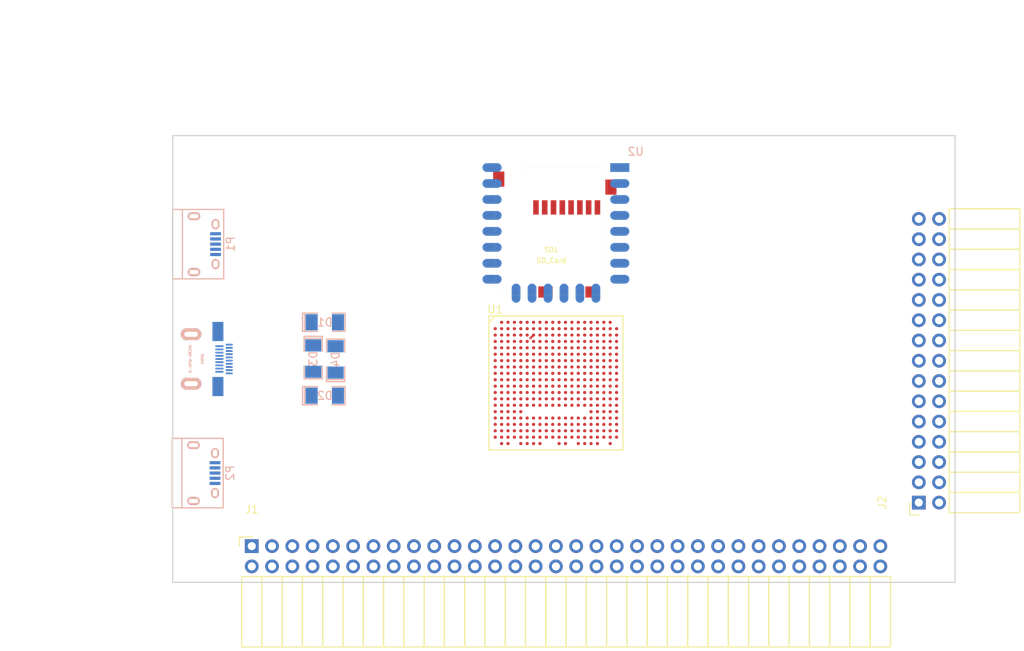
<source format=kicad_pcb>
(kicad_pcb (version 4) (host pcbnew 4.0.5+dfsg1-4)

  (general
    (links 198)
    (no_connects 197)
    (area 72.350001 20.7 201.035001 100.035001)
    (thickness 1.6)
    (drawings 16)
    (tracks 5)
    (zones 0)
    (modules 12)
    (nets 44)
  )

  (page A4)
  (layers
    (0 F.Cu signal)
    (1 In1.Cu signal)
    (2 In2.Cu signal)
    (31 B.Cu signal)
    (32 B.Adhes user)
    (33 F.Adhes user)
    (34 B.Paste user)
    (35 F.Paste user)
    (36 B.SilkS user)
    (37 F.SilkS user)
    (38 B.Mask user)
    (39 F.Mask user)
    (40 Dwgs.User user)
    (41 Cmts.User user)
    (42 Eco1.User user)
    (43 Eco2.User user)
    (44 Edge.Cuts user)
    (45 Margin user)
    (46 B.CrtYd user)
    (47 F.CrtYd user)
    (48 B.Fab user)
    (49 F.Fab user)
  )

  (setup
    (last_trace_width 0.25)
    (trace_clearance 0.2)
    (zone_clearance 0.508)
    (zone_45_only no)
    (trace_min 0.2)
    (segment_width 0.2)
    (edge_width 0.15)
    (via_size 0.6)
    (via_drill 0.4)
    (via_min_size 0.4)
    (via_min_drill 0.3)
    (uvia_size 0.3)
    (uvia_drill 0.1)
    (uvias_allowed yes)
    (uvia_min_size 0.2)
    (uvia_min_drill 0.1)
    (pcb_text_width 0.3)
    (pcb_text_size 1.5 1.5)
    (mod_edge_width 0.15)
    (mod_text_size 1 1)
    (mod_text_width 0.15)
    (pad_size 1.524 1.524)
    (pad_drill 0.762)
    (pad_to_mask_clearance 0.2)
    (aux_axis_origin 0 0)
    (grid_origin 132.2 79.2)
    (visible_elements FFFFFF7F)
    (pcbplotparams
      (layerselection 0x00030_80000001)
      (usegerberextensions false)
      (excludeedgelayer true)
      (linewidth 0.100000)
      (plotframeref false)
      (viasonmask false)
      (mode 1)
      (useauxorigin false)
      (hpglpennumber 1)
      (hpglpenspeed 20)
      (hpglpendiameter 15)
      (hpglpenoverlay 2)
      (psnegative false)
      (psa4output false)
      (plotreference true)
      (plotvalue true)
      (plotinvisibletext false)
      (padsonsilk false)
      (subtractmaskfromsilk false)
      (outputformat 1)
      (mirror false)
      (drillshape 1)
      (scaleselection 1)
      (outputdirectory ""))
  )

  (net 0 "")
  (net 1 GND)
  (net 2 VCC)
  (net 3 /TDI)
  (net 4 /TCK)
  (net 5 /TMS)
  (net 6 /TDO)
  (net 7 "Net-(P1-Pad6)")
  (net 8 "Net-(P2-Pad6)")
  (net 9 +5V)
  (net 10 /USB5V)
  (net 11 "Net-(D4-Pad1)")
  (net 12 /gpio/IN5V)
  (net 13 /gpio/OUT5V)
  (net 14 /gpio/P5)
  (net 15 /gpio/P6)
  (net 16 /gpio/P7)
  (net 17 /gpio/P8)
  (net 18 /gpio/P11)
  (net 19 /gpio/P12)
  (net 20 /gpio/P13)
  (net 21 /gpio/P14)
  (net 22 /gpio/P17)
  (net 23 /gpio/P18)
  (net 24 /gpio/P19)
  (net 25 /gpio/P20)
  (net 26 /gpio/P21)
  (net 27 /gpio/P22)
  (net 28 /gpio/P23)
  (net 29 /gpio/P24)
  (net 30 /gpio/P25)
  (net 31 /gpio/P26)
  (net 32 /gpio/P27)
  (net 33 /gpio/P28)
  (net 34 /gpio/P29)
  (net 35 /gpio/P30)
  (net 36 /SD_3)
  (net 37 /MTMS)
  (net 38 /MTCK)
  (net 39 /MTDO)
  (net 40 /MTDI)
  (net 41 /gpio/P9)
  (net 42 /gpio/P10)
  (net 43 "Net-(GPDI1-PadSHD)")

  (net_class Default "This is the default net class."
    (clearance 0.2)
    (trace_width 0.25)
    (via_dia 0.6)
    (via_drill 0.4)
    (uvia_dia 0.3)
    (uvia_drill 0.1)
    (add_net +5V)
    (add_net /MTCK)
    (add_net /MTDI)
    (add_net /MTDO)
    (add_net /MTMS)
    (add_net /SD_3)
    (add_net /TCK)
    (add_net /TDI)
    (add_net /TDO)
    (add_net /TMS)
    (add_net /USB5V)
    (add_net /gpio/IN5V)
    (add_net /gpio/OUT5V)
    (add_net /gpio/P10)
    (add_net /gpio/P11)
    (add_net /gpio/P12)
    (add_net /gpio/P13)
    (add_net /gpio/P14)
    (add_net /gpio/P17)
    (add_net /gpio/P18)
    (add_net /gpio/P19)
    (add_net /gpio/P20)
    (add_net /gpio/P21)
    (add_net /gpio/P22)
    (add_net /gpio/P23)
    (add_net /gpio/P24)
    (add_net /gpio/P25)
    (add_net /gpio/P26)
    (add_net /gpio/P27)
    (add_net /gpio/P28)
    (add_net /gpio/P29)
    (add_net /gpio/P30)
    (add_net /gpio/P5)
    (add_net /gpio/P6)
    (add_net /gpio/P7)
    (add_net /gpio/P8)
    (add_net /gpio/P9)
    (add_net "Net-(D4-Pad1)")
    (add_net "Net-(GPDI1-PadSHD)")
    (add_net "Net-(P1-Pad6)")
    (add_net "Net-(P2-Pad6)")
    (add_net VCC)
  )

  (net_class BGA ""
    (clearance 0.1)
    (trace_width 0.2)
    (via_dia 0.6)
    (via_drill 0.4)
    (uvia_dia 0.3)
    (uvia_drill 0.1)
    (add_net GND)
  )

  (module ESP8266:ESP-12E (layer B.Cu) (tedit 559F8D21) (tstamp 56A95491)
    (at 150.2 39.2 180)
    (descr "Module, ESP-8266, ESP-12, 16 pad, SMD")
    (tags "Module ESP-8266 ESP8266")
    (path /56AC980A)
    (fp_text reference U2 (at -2 2 180) (layer B.SilkS)
      (effects (font (size 1 1) (thickness 0.15)) (justify mirror))
    )
    (fp_text value ESP-12E (at 8 -1 180) (layer B.Fab)
      (effects (font (size 1 1) (thickness 0.15)) (justify mirror))
    )
    (fp_line (start 16 8.4) (end 0 2.6) (layer B.CrtYd) (width 0.1524))
    (fp_line (start 0 8.4) (end 16 2.6) (layer B.CrtYd) (width 0.1524))
    (fp_text user "No Copper" (at 7.9 5.4 180) (layer B.CrtYd)
      (effects (font (size 1 1) (thickness 0.15)) (justify mirror))
    )
    (fp_line (start 0 8.4) (end 0 2.6) (layer B.CrtYd) (width 0.1524))
    (fp_line (start 0 2.6) (end 16 2.6) (layer B.CrtYd) (width 0.1524))
    (fp_line (start 16 2.6) (end 16 8.4) (layer B.CrtYd) (width 0.1524))
    (fp_line (start 16 8.4) (end 0 8.4) (layer B.CrtYd) (width 0.1524))
    (fp_line (start 16 8.4) (end 16 -15.6) (layer B.Fab) (width 0.1524))
    (fp_line (start 16 -15.6) (end 0 -15.6) (layer B.Fab) (width 0.1524))
    (fp_line (start 0 -15.6) (end 0 8.4) (layer B.Fab) (width 0.1524))
    (fp_line (start 0 8.4) (end 16 8.4) (layer B.Fab) (width 0.1524))
    (pad 9 smd oval (at 2.99 -15.75 90) (size 2.4 1.1) (layers B.Cu B.Paste B.Mask)
      (net 39 /MTDO))
    (pad 10 smd oval (at 4.99 -15.75 90) (size 2.4 1.1) (layers B.Cu B.Paste B.Mask)
      (net 40 /MTDI))
    (pad 11 smd oval (at 6.99 -15.75 90) (size 2.4 1.1) (layers B.Cu B.Paste B.Mask)
      (net 36 /SD_3))
    (pad 12 smd oval (at 8.99 -15.75 90) (size 2.4 1.1) (layers B.Cu B.Paste B.Mask)
      (net 37 /MTMS))
    (pad 13 smd oval (at 10.99 -15.75 90) (size 2.4 1.1) (layers B.Cu B.Paste B.Mask)
      (net 38 /MTCK))
    (pad 14 smd oval (at 12.99 -15.75 90) (size 2.4 1.1) (layers B.Cu B.Paste B.Mask))
    (pad 1 smd rect (at 0 0 180) (size 2.4 1.1) (layers B.Cu B.Paste B.Mask))
    (pad 2 smd oval (at 0 -2 180) (size 2.4 1.1) (layers B.Cu B.Paste B.Mask))
    (pad 3 smd oval (at 0 -4 180) (size 2.4 1.1) (layers B.Cu B.Paste B.Mask))
    (pad 4 smd oval (at 0 -6 180) (size 2.4 1.1) (layers B.Cu B.Paste B.Mask)
      (net 3 /TDI))
    (pad 5 smd oval (at 0 -8 180) (size 2.4 1.1) (layers B.Cu B.Paste B.Mask)
      (net 6 /TDO))
    (pad 6 smd oval (at 0 -10 180) (size 2.4 1.1) (layers B.Cu B.Paste B.Mask)
      (net 4 /TCK))
    (pad 7 smd oval (at 0 -12 180) (size 2.4 1.1) (layers B.Cu B.Paste B.Mask)
      (net 5 /TMS))
    (pad 8 smd oval (at 0 -14 180) (size 2.4 1.1) (layers B.Cu B.Paste B.Mask))
    (pad 15 smd oval (at 16 -14 180) (size 2.4 1.1) (layers B.Cu B.Paste B.Mask)
      (net 1 GND))
    (pad 16 smd oval (at 16 -12 180) (size 2.4 1.1) (layers B.Cu B.Paste B.Mask))
    (pad 17 smd oval (at 16 -10 180) (size 2.4 1.1) (layers B.Cu B.Paste B.Mask))
    (pad 18 smd oval (at 16 -8 180) (size 2.4 1.1) (layers B.Cu B.Paste B.Mask))
    (pad 19 smd oval (at 16 -6 180) (size 2.4 1.1) (layers B.Cu B.Paste B.Mask))
    (pad 20 smd oval (at 16 -4 180) (size 2.4 1.1) (layers B.Cu B.Paste B.Mask))
    (pad 21 smd oval (at 16 -2 180) (size 2.4 1.1) (layers B.Cu B.Paste B.Mask))
    (pad 22 smd oval (at 16 0 180) (size 2.4 1.1) (layers B.Cu B.Paste B.Mask))
    (model ${ESPLIB}/ESP8266.3dshapes/ESP-12.wrl
      (at (xyz 0.04 0 0))
      (scale (xyz 0.3937 0.3937 0.3937))
      (rotate (xyz 0 0 0))
    )
  )

  (module Connect:USB_Micro-B (layer B.Cu) (tedit 5543E447) (tstamp 56A9630A)
    (at 98 48.8 90)
    (descr "Micro USB Type B Receptacle")
    (tags "USB USB_B USB_micro USB_OTG")
    (path /56ACC213)
    (attr smd)
    (fp_text reference P1 (at 0 3.45 90) (layer B.SilkS)
      (effects (font (size 1 1) (thickness 0.15)) (justify mirror))
    )
    (fp_text value USB_FTDI (at 0 -4.8 90) (layer B.Fab)
      (effects (font (size 1 1) (thickness 0.15)) (justify mirror))
    )
    (fp_line (start -4.6 2.8) (end 4.6 2.8) (layer B.CrtYd) (width 0.05))
    (fp_line (start 4.6 2.8) (end 4.6 -4.05) (layer B.CrtYd) (width 0.05))
    (fp_line (start 4.6 -4.05) (end -4.6 -4.05) (layer B.CrtYd) (width 0.05))
    (fp_line (start -4.6 -4.05) (end -4.6 2.8) (layer B.CrtYd) (width 0.05))
    (fp_line (start -4.3509 -3.81746) (end 4.3491 -3.81746) (layer B.SilkS) (width 0.15))
    (fp_line (start -4.3509 2.58754) (end 4.3491 2.58754) (layer B.SilkS) (width 0.15))
    (fp_line (start 4.3491 2.58754) (end 4.3491 -3.81746) (layer B.SilkS) (width 0.15))
    (fp_line (start 4.3491 -2.58746) (end -4.3509 -2.58746) (layer B.SilkS) (width 0.15))
    (fp_line (start -4.3509 -3.81746) (end -4.3509 2.58754) (layer B.SilkS) (width 0.15))
    (pad 1 smd rect (at -1.3009 1.56254) (size 1.35 0.4) (layers B.Cu B.Paste B.Mask)
      (net 10 /USB5V))
    (pad 2 smd rect (at -0.6509 1.56254) (size 1.35 0.4) (layers B.Cu B.Paste B.Mask))
    (pad 3 smd rect (at -0.0009 1.56254) (size 1.35 0.4) (layers B.Cu B.Paste B.Mask))
    (pad 4 smd rect (at 0.6491 1.56254) (size 1.35 0.4) (layers B.Cu B.Paste B.Mask))
    (pad 5 smd rect (at 1.2991 1.56254) (size 1.35 0.4) (layers B.Cu B.Paste B.Mask))
    (pad 6 thru_hole oval (at -2.5009 1.56254) (size 0.95 1.25) (drill oval 0.55 0.85) (layers *.Cu *.Mask B.SilkS)
      (net 7 "Net-(P1-Pad6)"))
    (pad 6 thru_hole oval (at 2.4991 1.56254) (size 0.95 1.25) (drill oval 0.55 0.85) (layers *.Cu *.Mask B.SilkS)
      (net 7 "Net-(P1-Pad6)"))
    (pad 6 thru_hole oval (at -3.5009 -1.13746) (size 1.55 1) (drill oval 1.15 0.5) (layers *.Cu *.Mask B.SilkS)
      (net 7 "Net-(P1-Pad6)"))
    (pad 6 thru_hole oval (at 3.4991 -1.13746) (size 1.55 1) (drill oval 1.15 0.5) (layers *.Cu *.Mask B.SilkS)
      (net 7 "Net-(P1-Pad6)"))
  )

  (module Connect:USB_Micro-B (layer B.Cu) (tedit 5543E447) (tstamp 56A96317)
    (at 97.93746 77.4991 90)
    (descr "Micro USB Type B Receptacle")
    (tags "USB USB_B USB_micro USB_OTG")
    (path /56ACC38E)
    (attr smd)
    (fp_text reference P2 (at 0 3.45 90) (layer B.SilkS)
      (effects (font (size 1 1) (thickness 0.15)) (justify mirror))
    )
    (fp_text value USB_FPGA (at 0 -4.8 90) (layer B.Fab)
      (effects (font (size 1 1) (thickness 0.15)) (justify mirror))
    )
    (fp_line (start -4.6 2.8) (end 4.6 2.8) (layer B.CrtYd) (width 0.05))
    (fp_line (start 4.6 2.8) (end 4.6 -4.05) (layer B.CrtYd) (width 0.05))
    (fp_line (start 4.6 -4.05) (end -4.6 -4.05) (layer B.CrtYd) (width 0.05))
    (fp_line (start -4.6 -4.05) (end -4.6 2.8) (layer B.CrtYd) (width 0.05))
    (fp_line (start -4.3509 -3.81746) (end 4.3491 -3.81746) (layer B.SilkS) (width 0.15))
    (fp_line (start -4.3509 2.58754) (end 4.3491 2.58754) (layer B.SilkS) (width 0.15))
    (fp_line (start 4.3491 2.58754) (end 4.3491 -3.81746) (layer B.SilkS) (width 0.15))
    (fp_line (start 4.3491 -2.58746) (end -4.3509 -2.58746) (layer B.SilkS) (width 0.15))
    (fp_line (start -4.3509 -3.81746) (end -4.3509 2.58754) (layer B.SilkS) (width 0.15))
    (pad 1 smd rect (at -1.3009 1.56254) (size 1.35 0.4) (layers B.Cu B.Paste B.Mask)
      (net 11 "Net-(D4-Pad1)"))
    (pad 2 smd rect (at -0.6509 1.56254) (size 1.35 0.4) (layers B.Cu B.Paste B.Mask))
    (pad 3 smd rect (at -0.0009 1.56254) (size 1.35 0.4) (layers B.Cu B.Paste B.Mask))
    (pad 4 smd rect (at 0.6491 1.56254) (size 1.35 0.4) (layers B.Cu B.Paste B.Mask))
    (pad 5 smd rect (at 1.2991 1.56254) (size 1.35 0.4) (layers B.Cu B.Paste B.Mask))
    (pad 6 thru_hole oval (at -2.5009 1.56254) (size 0.95 1.25) (drill oval 0.55 0.85) (layers *.Cu *.Mask B.SilkS)
      (net 8 "Net-(P2-Pad6)"))
    (pad 6 thru_hole oval (at 2.4991 1.56254) (size 0.95 1.25) (drill oval 0.55 0.85) (layers *.Cu *.Mask B.SilkS)
      (net 8 "Net-(P2-Pad6)"))
    (pad 6 thru_hole oval (at -3.5009 -1.13746) (size 1.55 1) (drill oval 1.15 0.5) (layers *.Cu *.Mask B.SilkS)
      (net 8 "Net-(P2-Pad6)"))
    (pad 6 thru_hole oval (at 3.4991 -1.13746) (size 1.55 1) (drill oval 1.15 0.5) (layers *.Cu *.Mask B.SilkS)
      (net 8 "Net-(P2-Pad6)"))
  )

  (module micro-hdmi-d:MICRO-HDMI-D (layer B.Cu) (tedit 53F70906) (tstamp 56A965BA)
    (at 94.8 63.2 90)
    (path /56ACD5D4)
    (attr smd)
    (fp_text reference GPDI1 (at -0.025 3.125 90) (layer B.SilkS)
      (effects (font (size 0.3 0.3) (thickness 0.075)) (justify mirror))
    )
    (fp_text value MICRO-GPDI-D (at 0 1.6 90) (layer B.SilkS)
      (effects (font (size 0.3 0.3) (thickness 0.075)) (justify mirror))
    )
    (fp_line (start -3.3 0) (end -3.3 -0.7) (layer B.SilkS) (width 0.001))
    (fp_line (start -3.3 -0.7) (end 3.3 -0.7) (layer B.SilkS) (width 0.001))
    (fp_line (start 3.3 -0.7) (end 3.3 0) (layer B.SilkS) (width 0.001))
    (fp_line (start -3.3 0) (end -3.3 6.8) (layer B.SilkS) (width 0.001))
    (fp_line (start -3.3 6.8) (end 3.3 6.8) (layer B.SilkS) (width 0.001))
    (fp_line (start 3.3 6.8) (end 3.3 0) (layer B.SilkS) (width 0.001))
    (fp_line (start 3.3 0) (end -3.3 0) (layer B.SilkS) (width 0.001))
    (pad 1 smd rect (at 1.8 6.475 90) (size 0.23 0.85) (layers B.Cu B.Paste B.Mask))
    (pad 3 smd rect (at 1.4 6.475 90) (size 0.23 0.85) (layers B.Cu B.Paste B.Mask))
    (pad 5 smd rect (at 1 6.475 90) (size 0.23 0.85) (layers B.Cu B.Paste B.Mask))
    (pad 7 smd rect (at 0.6 6.475 90) (size 0.23 0.85) (layers B.Cu B.Paste B.Mask))
    (pad 9 smd rect (at 0.2 6.475 90) (size 0.23 0.85) (layers B.Cu B.Paste B.Mask))
    (pad 11 smd rect (at -0.2 6.475 90) (size 0.23 0.85) (layers B.Cu B.Paste B.Mask))
    (pad 13 smd rect (at -0.6 6.475 90) (size 0.23 0.85) (layers B.Cu B.Paste B.Mask))
    (pad 15 smd rect (at -1 6.475 90) (size 0.23 0.85) (layers B.Cu B.Paste B.Mask))
    (pad 17 smd rect (at -1.4 6.475 90) (size 0.23 0.85) (layers B.Cu B.Paste B.Mask))
    (pad 19 smd rect (at -1.8 6.475 90) (size 0.23 0.85) (layers B.Cu B.Paste B.Mask))
    (pad 2 smd rect (at 1.6 5.25 90) (size 0.23 1) (layers B.Cu B.Paste B.Mask))
    (pad 4 smd rect (at 1.2 5.25 90) (size 0.23 1) (layers B.Cu B.Paste B.Mask))
    (pad 6 smd rect (at 0.8 5.25 90) (size 0.23 1) (layers B.Cu B.Paste B.Mask))
    (pad 8 smd rect (at 0.4 5.25 90) (size 0.23 1) (layers B.Cu B.Paste B.Mask))
    (pad 10 smd rect (at 0 5.25 90) (size 0.23 1) (layers B.Cu B.Paste B.Mask))
    (pad 12 smd rect (at -0.4 5.25 90) (size 0.23 1) (layers B.Cu B.Paste B.Mask))
    (pad 14 smd rect (at -0.8 5.25 90) (size 0.23 1) (layers B.Cu B.Paste B.Mask))
    (pad 16 smd rect (at -1.2 5.25 90) (size 0.23 1) (layers B.Cu B.Paste B.Mask))
    (pad 18 smd rect (at -1.6 5.25 90) (size 0.23 1) (layers B.Cu B.Paste B.Mask))
    (pad SHD smd rect (at 3.45 5.06 90) (size 2.4 1.38) (layers B.Cu B.Paste B.Mask)
      (net 43 "Net-(GPDI1-PadSHD)"))
    (pad SHD smd rect (at -3.45 5.06 90) (size 2.4 1.38) (layers B.Cu B.Paste B.Mask)
      (net 43 "Net-(GPDI1-PadSHD)"))
    (pad "" thru_hole oval (at -3.1 1.7 90) (size 1.5 2.55) (drill oval 0.65 1.7) (layers *.Cu *.Mask B.SilkS))
    (pad "" thru_hole oval (at 3.1 1.7 90) (size 1.5 2.55) (drill oval 0.65 1.7) (layers *.Cu *.Mask B.SilkS))
  )

  (module micro-sd:MicroSD_TF02D (layer F.Cu) (tedit 52721666) (tstamp 56A966AB)
    (at 141.64 55.2 180)
    (path /56ACBF19)
    (fp_text reference SD1 (at 0 5.7 180) (layer F.SilkS)
      (effects (font (size 0.59944 0.59944) (thickness 0.12446)))
    )
    (fp_text value SD_Card (at 0 4.35 180) (layer F.SilkS)
      (effects (font (size 0.59944 0.59944) (thickness 0.12446)))
    )
    (fp_line (start 3.8 15.2) (end 3.8 16) (layer F.SilkS) (width 0.01016))
    (fp_line (start 3.8 16) (end -7 16) (layer F.SilkS) (width 0.01016))
    (fp_line (start -7 16) (end -7 15.2) (layer F.SilkS) (width 0.01016))
    (fp_line (start 7 0) (end 7 15.2) (layer F.SilkS) (width 0.01016))
    (fp_line (start 7 15.2) (end -7 15.2) (layer F.SilkS) (width 0.01016))
    (fp_line (start -7 15.2) (end -7 0) (layer F.SilkS) (width 0.01016))
    (fp_line (start -7 0) (end 7 0) (layer F.SilkS) (width 0.01016))
    (pad 1 smd rect (at 1.94 11 180) (size 0.7 1.8) (layers F.Cu F.Paste F.Mask)
      (net 36 /SD_3))
    (pad 2 smd rect (at 0.84 11 180) (size 0.7 1.8) (layers F.Cu F.Paste F.Mask)
      (net 37 /MTMS))
    (pad 3 smd rect (at -0.26 11 180) (size 0.7 1.8) (layers F.Cu F.Paste F.Mask))
    (pad 4 smd rect (at -1.36 11 180) (size 0.7 1.8) (layers F.Cu F.Paste F.Mask))
    (pad 5 smd rect (at -2.46 11 180) (size 0.7 1.8) (layers F.Cu F.Paste F.Mask)
      (net 38 /MTCK))
    (pad 6 smd rect (at -3.56 11 180) (size 0.7 1.8) (layers F.Cu F.Paste F.Mask))
    (pad 7 smd rect (at -4.66 11 180) (size 0.7 1.8) (layers F.Cu F.Paste F.Mask)
      (net 39 /MTDO))
    (pad 8 smd rect (at -5.76 11 180) (size 0.7 1.8) (layers F.Cu F.Paste F.Mask)
      (net 40 /MTDI))
    (pad S smd rect (at -5.05 0.4 180) (size 1.6 1.4) (layers F.Cu F.Paste F.Mask))
    (pad S smd rect (at 0.75 0.4 180) (size 1.8 1.4) (layers F.Cu F.Paste F.Mask))
    (pad G smd rect (at -7.45 13.55 180) (size 1.4 1.9) (layers F.Cu F.Paste F.Mask))
    (pad G smd rect (at 6.6 14.55 180) (size 1.4 1.9) (layers F.Cu F.Paste F.Mask))
  )

  (module SMD_Packages:SMD-1206_Pol (layer B.Cu) (tedit 0) (tstamp 56A9E50E)
    (at 111.8 63.149 270)
    (path /56AA1324)
    (attr smd)
    (fp_text reference D3 (at 0 0 270) (layer B.SilkS)
      (effects (font (size 1 1) (thickness 0.15)) (justify mirror))
    )
    (fp_text value 2A (at 0 0 270) (layer B.Fab)
      (effects (font (size 1 1) (thickness 0.15)) (justify mirror))
    )
    (fp_line (start -2.54 1.143) (end -2.794 1.143) (layer B.SilkS) (width 0.15))
    (fp_line (start -2.794 1.143) (end -2.794 -1.143) (layer B.SilkS) (width 0.15))
    (fp_line (start -2.794 -1.143) (end -2.54 -1.143) (layer B.SilkS) (width 0.15))
    (fp_line (start -2.54 1.143) (end -2.54 -1.143) (layer B.SilkS) (width 0.15))
    (fp_line (start -2.54 -1.143) (end -0.889 -1.143) (layer B.SilkS) (width 0.15))
    (fp_line (start 0.889 1.143) (end 2.54 1.143) (layer B.SilkS) (width 0.15))
    (fp_line (start 2.54 1.143) (end 2.54 -1.143) (layer B.SilkS) (width 0.15))
    (fp_line (start 2.54 -1.143) (end 0.889 -1.143) (layer B.SilkS) (width 0.15))
    (fp_line (start -0.889 1.143) (end -2.54 1.143) (layer B.SilkS) (width 0.15))
    (pad 1 smd rect (at -1.651 0 270) (size 1.524 2.032) (layers B.Cu B.Paste B.Mask)
      (net 9 +5V))
    (pad 2 smd rect (at 1.651 0 270) (size 1.524 2.032) (layers B.Cu B.Paste B.Mask)
      (net 10 /USB5V))
    (model SMD_Packages.3dshapes/SMD-1206_Pol.wrl
      (at (xyz 0 0 0))
      (scale (xyz 0.17 0.16 0.16))
      (rotate (xyz 0 0 0))
    )
  )

  (module SMD_Packages:SMD-1206_Pol (layer B.Cu) (tedit 0) (tstamp 56A9E514)
    (at 114.6 63.251 90)
    (path /56AA2821)
    (attr smd)
    (fp_text reference D4 (at 0 0 90) (layer B.SilkS)
      (effects (font (size 1 1) (thickness 0.15)) (justify mirror))
    )
    (fp_text value 2A (at 0 0 90) (layer B.Fab)
      (effects (font (size 1 1) (thickness 0.15)) (justify mirror))
    )
    (fp_line (start -2.54 1.143) (end -2.794 1.143) (layer B.SilkS) (width 0.15))
    (fp_line (start -2.794 1.143) (end -2.794 -1.143) (layer B.SilkS) (width 0.15))
    (fp_line (start -2.794 -1.143) (end -2.54 -1.143) (layer B.SilkS) (width 0.15))
    (fp_line (start -2.54 1.143) (end -2.54 -1.143) (layer B.SilkS) (width 0.15))
    (fp_line (start -2.54 -1.143) (end -0.889 -1.143) (layer B.SilkS) (width 0.15))
    (fp_line (start 0.889 1.143) (end 2.54 1.143) (layer B.SilkS) (width 0.15))
    (fp_line (start 2.54 1.143) (end 2.54 -1.143) (layer B.SilkS) (width 0.15))
    (fp_line (start 2.54 -1.143) (end 0.889 -1.143) (layer B.SilkS) (width 0.15))
    (fp_line (start -0.889 1.143) (end -2.54 1.143) (layer B.SilkS) (width 0.15))
    (pad 1 smd rect (at -1.651 0 90) (size 1.524 2.032) (layers B.Cu B.Paste B.Mask)
      (net 11 "Net-(D4-Pad1)"))
    (pad 2 smd rect (at 1.651 0 90) (size 1.524 2.032) (layers B.Cu B.Paste B.Mask)
      (net 9 +5V))
    (model SMD_Packages.3dshapes/SMD-1206_Pol.wrl
      (at (xyz 0 0 0))
      (scale (xyz 0.17 0.16 0.16))
      (rotate (xyz 0 0 0))
    )
  )

  (module lfe5bg381:BGA-381_pitch0.8mm_dia0.4mm (layer F.Cu) (tedit 56A8C998) (tstamp 56AA0CD9)
    (at 142.2 66.2)
    (path /56AA9804)
    (attr smd)
    (fp_text reference U1 (at -7.6 -9.2) (layer F.SilkS)
      (effects (font (size 1 1) (thickness 0.15)))
    )
    (fp_text value LFE5-BG381 (at 2 -9.2) (layer F.Fab)
      (effects (font (size 1 1) (thickness 0.15)))
    )
    (fp_line (start -8.4 8.4) (end 8.4 8.4) (layer F.SilkS) (width 0.15))
    (fp_line (start 8.4 8.4) (end 8.4 -8.4) (layer F.SilkS) (width 0.15))
    (fp_line (start 8.4 -8.4) (end -8.4 -8.4) (layer F.SilkS) (width 0.15))
    (fp_line (start -8.4 -8.4) (end -8.4 8.4) (layer F.SilkS) (width 0.15))
    (fp_line (start -7.6 -8.4) (end -8.4 -7.6) (layer F.SilkS) (width 0.15))
    (pad A2 smd circle (at -6.8 -7.6) (size 0.4 0.4) (layers F.Cu F.Paste F.Mask))
    (pad A3 smd circle (at -6 -7.6) (size 0.4 0.4) (layers F.Cu F.Paste F.Mask))
    (pad A4 smd circle (at -5.2 -7.6) (size 0.4 0.4) (layers F.Cu F.Paste F.Mask))
    (pad A5 smd circle (at -4.4 -7.6) (size 0.4 0.4) (layers F.Cu F.Paste F.Mask))
    (pad A6 smd circle (at -3.6 -7.6) (size 0.4 0.4) (layers F.Cu F.Paste F.Mask)
      (net 35 /gpio/P30))
    (pad A7 smd circle (at -2.8 -7.6) (size 0.4 0.4) (layers F.Cu F.Paste F.Mask)
      (net 23 /gpio/P18))
    (pad A8 smd circle (at -2 -7.6) (size 0.4 0.4) (layers F.Cu F.Paste F.Mask)
      (net 22 /gpio/P17))
    (pad A9 smd circle (at -1.2 -7.6) (size 0.4 0.4) (layers F.Cu F.Paste F.Mask)
      (net 42 /gpio/P10))
    (pad A10 smd circle (at -0.4 -7.6) (size 0.4 0.4) (layers F.Cu F.Paste F.Mask)
      (net 16 /gpio/P7))
    (pad A11 smd circle (at 0.4 -7.6) (size 0.4 0.4) (layers F.Cu F.Paste F.Mask)
      (net 17 /gpio/P8))
    (pad A12 smd circle (at 1.2 -7.6) (size 0.4 0.4) (layers F.Cu F.Paste F.Mask))
    (pad A13 smd circle (at 2 -7.6) (size 0.4 0.4) (layers F.Cu F.Paste F.Mask))
    (pad A14 smd circle (at 2.8 -7.6) (size 0.4 0.4) (layers F.Cu F.Paste F.Mask))
    (pad A15 smd circle (at 3.6 -7.6) (size 0.4 0.4) (layers F.Cu F.Paste F.Mask))
    (pad A16 smd circle (at 4.4 -7.6) (size 0.4 0.4) (layers F.Cu F.Paste F.Mask))
    (pad A17 smd circle (at 5.2 -7.6) (size 0.4 0.4) (layers F.Cu F.Paste F.Mask))
    (pad A18 smd circle (at 6 -7.6) (size 0.4 0.4) (layers F.Cu F.Paste F.Mask))
    (pad A19 smd circle (at 6.8 -7.6) (size 0.4 0.4) (layers F.Cu F.Paste F.Mask))
    (pad B1 smd circle (at -7.6 -6.8) (size 0.4 0.4) (layers F.Cu F.Paste F.Mask))
    (pad B2 smd circle (at -6.8 -6.8) (size 0.4 0.4) (layers F.Cu F.Paste F.Mask))
    (pad B3 smd circle (at -6 -6.8) (size 0.4 0.4) (layers F.Cu F.Paste F.Mask))
    (pad B4 smd circle (at -5.2 -6.8) (size 0.4 0.4) (layers F.Cu F.Paste F.Mask))
    (pad B5 smd circle (at -4.4 -6.8) (size 0.4 0.4) (layers F.Cu F.Paste F.Mask))
    (pad B6 smd circle (at -3.6 -6.8) (size 0.4 0.4) (layers F.Cu F.Paste F.Mask)
      (net 34 /gpio/P29))
    (pad B7 smd circle (at -2.8 -6.8) (size 0.4 0.4) (layers F.Cu F.Paste F.Mask)
      (net 1 GND))
    (pad B8 smd circle (at -2 -6.8) (size 0.4 0.4) (layers F.Cu F.Paste F.Mask)
      (net 24 /gpio/P19))
    (pad B9 smd circle (at -1.2 -6.8) (size 0.4 0.4) (layers F.Cu F.Paste F.Mask)
      (net 19 /gpio/P12))
    (pad B10 smd circle (at -0.4 -6.8) (size 0.4 0.4) (layers F.Cu F.Paste F.Mask)
      (net 41 /gpio/P9))
    (pad B11 smd circle (at 0.4 -6.8) (size 0.4 0.4) (layers F.Cu F.Paste F.Mask)
      (net 14 /gpio/P5))
    (pad B12 smd circle (at 1.2 -6.8) (size 0.4 0.4) (layers F.Cu F.Paste F.Mask))
    (pad B13 smd circle (at 2 -6.8) (size 0.4 0.4) (layers F.Cu F.Paste F.Mask))
    (pad B14 smd circle (at 2.8 -6.8) (size 0.4 0.4) (layers F.Cu F.Paste F.Mask)
      (net 1 GND))
    (pad B15 smd circle (at 3.6 -6.8) (size 0.4 0.4) (layers F.Cu F.Paste F.Mask))
    (pad B16 smd circle (at 4.4 -6.8) (size 0.4 0.4) (layers F.Cu F.Paste F.Mask))
    (pad B17 smd circle (at 5.2 -6.8) (size 0.4 0.4) (layers F.Cu F.Paste F.Mask))
    (pad B18 smd circle (at 6 -6.8) (size 0.4 0.4) (layers F.Cu F.Paste F.Mask))
    (pad B19 smd circle (at 6.8 -6.8) (size 0.4 0.4) (layers F.Cu F.Paste F.Mask))
    (pad B20 smd circle (at 7.6 -6.8) (size 0.4 0.4) (layers F.Cu F.Paste F.Mask))
    (pad C1 smd circle (at -7.6 -6) (size 0.4 0.4) (layers F.Cu F.Paste F.Mask))
    (pad C2 smd circle (at -6.8 -6) (size 0.4 0.4) (layers F.Cu F.Paste F.Mask))
    (pad C3 smd circle (at -6 -6) (size 0.4 0.4) (layers F.Cu F.Paste F.Mask))
    (pad C4 smd circle (at -5.2 -6) (size 0.4 0.4) (layers F.Cu F.Paste F.Mask))
    (pad C5 smd circle (at -4.4 -6) (size 0.4 0.4) (layers F.Cu F.Paste F.Mask))
    (pad C6 smd circle (at -3.6 -6) (size 0.4 0.4) (layers F.Cu F.Paste F.Mask)
      (net 29 /gpio/P24))
    (pad C7 smd circle (at -2.8 -6) (size 0.4 0.4) (layers F.Cu F.Paste F.Mask)
      (net 28 /gpio/P23))
    (pad C8 smd circle (at -2 -6) (size 0.4 0.4) (layers F.Cu F.Paste F.Mask)
      (net 25 /gpio/P20))
    (pad C9 smd circle (at -1.2 -6) (size 0.4 0.4) (layers F.Cu F.Paste F.Mask))
    (pad C10 smd circle (at -0.4 -6) (size 0.4 0.4) (layers F.Cu F.Paste F.Mask)
      (net 18 /gpio/P11))
    (pad C11 smd circle (at 0.4 -6) (size 0.4 0.4) (layers F.Cu F.Paste F.Mask)
      (net 15 /gpio/P6))
    (pad C12 smd circle (at 1.2 -6) (size 0.4 0.4) (layers F.Cu F.Paste F.Mask))
    (pad C13 smd circle (at 2 -6) (size 0.4 0.4) (layers F.Cu F.Paste F.Mask))
    (pad C14 smd circle (at 2.8 -6) (size 0.4 0.4) (layers F.Cu F.Paste F.Mask))
    (pad C15 smd circle (at 3.6 -6) (size 0.4 0.4) (layers F.Cu F.Paste F.Mask))
    (pad C16 smd circle (at 4.4 -6) (size 0.4 0.4) (layers F.Cu F.Paste F.Mask))
    (pad C17 smd circle (at 5.2 -6) (size 0.4 0.4) (layers F.Cu F.Paste F.Mask))
    (pad C18 smd circle (at 6 -6) (size 0.4 0.4) (layers F.Cu F.Paste F.Mask))
    (pad C19 smd circle (at 6.8 -6) (size 0.4 0.4) (layers F.Cu F.Paste F.Mask)
      (net 1 GND))
    (pad C20 smd circle (at 7.6 -6) (size 0.4 0.4) (layers F.Cu F.Paste F.Mask))
    (pad D1 smd circle (at -7.6 -5.2) (size 0.4 0.4) (layers F.Cu F.Paste F.Mask))
    (pad D2 smd circle (at -6.8 -5.2) (size 0.4 0.4) (layers F.Cu F.Paste F.Mask))
    (pad D3 smd circle (at -6 -5.2) (size 0.4 0.4) (layers F.Cu F.Paste F.Mask))
    (pad D4 smd circle (at -5.2 -5.2) (size 0.4 0.4) (layers F.Cu F.Paste F.Mask)
      (net 1 GND))
    (pad D5 smd circle (at -4.4 -5.2) (size 0.4 0.4) (layers F.Cu F.Paste F.Mask))
    (pad D6 smd circle (at -3.6 -5.2) (size 0.4 0.4) (layers F.Cu F.Paste F.Mask)
      (net 32 /gpio/P27))
    (pad D7 smd circle (at -2.8 -5.2) (size 0.4 0.4) (layers F.Cu F.Paste F.Mask)
      (net 30 /gpio/P25))
    (pad D8 smd circle (at -2 -5.2) (size 0.4 0.4) (layers F.Cu F.Paste F.Mask)
      (net 26 /gpio/P21))
    (pad D9 smd circle (at -1.2 -5.2) (size 0.4 0.4) (layers F.Cu F.Paste F.Mask)
      (net 21 /gpio/P14))
    (pad D10 smd circle (at -0.4 -5.2) (size 0.4 0.4) (layers F.Cu F.Paste F.Mask))
    (pad D11 smd circle (at 0.4 -5.2) (size 0.4 0.4) (layers F.Cu F.Paste F.Mask))
    (pad D12 smd circle (at 1.2 -5.2) (size 0.4 0.4) (layers F.Cu F.Paste F.Mask))
    (pad D13 smd circle (at 2 -5.2) (size 0.4 0.4) (layers F.Cu F.Paste F.Mask))
    (pad D14 smd circle (at 2.8 -5.2) (size 0.4 0.4) (layers F.Cu F.Paste F.Mask))
    (pad D15 smd circle (at 3.6 -5.2) (size 0.4 0.4) (layers F.Cu F.Paste F.Mask))
    (pad D16 smd circle (at 4.4 -5.2) (size 0.4 0.4) (layers F.Cu F.Paste F.Mask))
    (pad D17 smd circle (at 5.2 -5.2) (size 0.4 0.4) (layers F.Cu F.Paste F.Mask))
    (pad D18 smd circle (at 6 -5.2) (size 0.4 0.4) (layers F.Cu F.Paste F.Mask))
    (pad D19 smd circle (at 6.8 -5.2) (size 0.4 0.4) (layers F.Cu F.Paste F.Mask))
    (pad D20 smd circle (at 7.6 -5.2) (size 0.4 0.4) (layers F.Cu F.Paste F.Mask))
    (pad E1 smd circle (at -7.6 -4.4) (size 0.4 0.4) (layers F.Cu F.Paste F.Mask))
    (pad E2 smd circle (at -6.8 -4.4) (size 0.4 0.4) (layers F.Cu F.Paste F.Mask))
    (pad E3 smd circle (at -6 -4.4) (size 0.4 0.4) (layers F.Cu F.Paste F.Mask))
    (pad E4 smd circle (at -5.2 -4.4) (size 0.4 0.4) (layers F.Cu F.Paste F.Mask))
    (pad E5 smd circle (at -4.4 -4.4) (size 0.4 0.4) (layers F.Cu F.Paste F.Mask))
    (pad E6 smd circle (at -3.6 -4.4) (size 0.4 0.4) (layers F.Cu F.Paste F.Mask)
      (net 33 /gpio/P28))
    (pad E7 smd circle (at -2.8 -4.4) (size 0.4 0.4) (layers F.Cu F.Paste F.Mask)
      (net 31 /gpio/P26))
    (pad E8 smd circle (at -2 -4.4) (size 0.4 0.4) (layers F.Cu F.Paste F.Mask)
      (net 27 /gpio/P22))
    (pad E9 smd circle (at -1.2 -4.4) (size 0.4 0.4) (layers F.Cu F.Paste F.Mask)
      (net 20 /gpio/P13))
    (pad E10 smd circle (at -0.4 -4.4) (size 0.4 0.4) (layers F.Cu F.Paste F.Mask))
    (pad E11 smd circle (at 0.4 -4.4) (size 0.4 0.4) (layers F.Cu F.Paste F.Mask))
    (pad E12 smd circle (at 1.2 -4.4) (size 0.4 0.4) (layers F.Cu F.Paste F.Mask))
    (pad E13 smd circle (at 2 -4.4) (size 0.4 0.4) (layers F.Cu F.Paste F.Mask))
    (pad E14 smd circle (at 2.8 -4.4) (size 0.4 0.4) (layers F.Cu F.Paste F.Mask))
    (pad E15 smd circle (at 3.6 -4.4) (size 0.4 0.4) (layers F.Cu F.Paste F.Mask))
    (pad E16 smd circle (at 4.4 -4.4) (size 0.4 0.4) (layers F.Cu F.Paste F.Mask))
    (pad E17 smd circle (at 5.2 -4.4) (size 0.4 0.4) (layers F.Cu F.Paste F.Mask))
    (pad E18 smd circle (at 6 -4.4) (size 0.4 0.4) (layers F.Cu F.Paste F.Mask))
    (pad E19 smd circle (at 6.8 -4.4) (size 0.4 0.4) (layers F.Cu F.Paste F.Mask))
    (pad E20 smd circle (at 7.6 -4.4) (size 0.4 0.4) (layers F.Cu F.Paste F.Mask))
    (pad F1 smd circle (at -7.6 -3.6) (size 0.4 0.4) (layers F.Cu F.Paste F.Mask))
    (pad F2 smd circle (at -6.8 -3.6) (size 0.4 0.4) (layers F.Cu F.Paste F.Mask))
    (pad F3 smd circle (at -6 -3.6) (size 0.4 0.4) (layers F.Cu F.Paste F.Mask))
    (pad F4 smd circle (at -5.2 -3.6) (size 0.4 0.4) (layers F.Cu F.Paste F.Mask))
    (pad F5 smd circle (at -4.4 -3.6) (size 0.4 0.4) (layers F.Cu F.Paste F.Mask))
    (pad F6 smd circle (at -3.6 -3.6) (size 0.4 0.4) (layers F.Cu F.Paste F.Mask)
      (net 2 VCC))
    (pad F7 smd circle (at -2.8 -3.6) (size 0.4 0.4) (layers F.Cu F.Paste F.Mask)
      (net 1 GND))
    (pad F8 smd circle (at -2 -3.6) (size 0.4 0.4) (layers F.Cu F.Paste F.Mask)
      (net 1 GND))
    (pad F9 smd circle (at -1.2 -3.6) (size 0.4 0.4) (layers F.Cu F.Paste F.Mask)
      (net 2 VCC))
    (pad F10 smd circle (at -0.4 -3.6) (size 0.4 0.4) (layers F.Cu F.Paste F.Mask)
      (net 2 VCC))
    (pad F11 smd circle (at 0.4 -3.6) (size 0.4 0.4) (layers F.Cu F.Paste F.Mask)
      (net 2 VCC))
    (pad F12 smd circle (at 1.2 -3.6) (size 0.4 0.4) (layers F.Cu F.Paste F.Mask)
      (net 2 VCC))
    (pad F13 smd circle (at 2 -3.6) (size 0.4 0.4) (layers F.Cu F.Paste F.Mask)
      (net 1 GND))
    (pad F14 smd circle (at 2.8 -3.6) (size 0.4 0.4) (layers F.Cu F.Paste F.Mask)
      (net 1 GND))
    (pad F15 smd circle (at 3.6 -3.6) (size 0.4 0.4) (layers F.Cu F.Paste F.Mask)
      (net 2 VCC))
    (pad F16 smd circle (at 4.4 -3.6) (size 0.4 0.4) (layers F.Cu F.Paste F.Mask))
    (pad F17 smd circle (at 5.2 -3.6) (size 0.4 0.4) (layers F.Cu F.Paste F.Mask))
    (pad F18 smd circle (at 6 -3.6) (size 0.4 0.4) (layers F.Cu F.Paste F.Mask))
    (pad F19 smd circle (at 6.8 -3.6) (size 0.4 0.4) (layers F.Cu F.Paste F.Mask))
    (pad F20 smd circle (at 7.6 -3.6) (size 0.4 0.4) (layers F.Cu F.Paste F.Mask))
    (pad G1 smd circle (at -7.6 -2.8) (size 0.4 0.4) (layers F.Cu F.Paste F.Mask))
    (pad G2 smd circle (at -6.8 -2.8) (size 0.4 0.4) (layers F.Cu F.Paste F.Mask))
    (pad G3 smd circle (at -6 -2.8) (size 0.4 0.4) (layers F.Cu F.Paste F.Mask))
    (pad G4 smd circle (at -5.2 -2.8) (size 0.4 0.4) (layers F.Cu F.Paste F.Mask)
      (net 1 GND))
    (pad G5 smd circle (at -4.4 -2.8) (size 0.4 0.4) (layers F.Cu F.Paste F.Mask))
    (pad G6 smd circle (at -3.6 -2.8) (size 0.4 0.4) (layers F.Cu F.Paste F.Mask)
      (net 1 GND))
    (pad G7 smd circle (at -2.8 -2.8) (size 0.4 0.4) (layers F.Cu F.Paste F.Mask)
      (net 1 GND))
    (pad G8 smd circle (at -2 -2.8) (size 0.4 0.4) (layers F.Cu F.Paste F.Mask)
      (net 1 GND))
    (pad G9 smd circle (at -1.2 -2.8) (size 0.4 0.4) (layers F.Cu F.Paste F.Mask)
      (net 1 GND))
    (pad G10 smd circle (at -0.4 -2.8) (size 0.4 0.4) (layers F.Cu F.Paste F.Mask)
      (net 1 GND))
    (pad G11 smd circle (at 0.4 -2.8) (size 0.4 0.4) (layers F.Cu F.Paste F.Mask)
      (net 1 GND))
    (pad G12 smd circle (at 1.2 -2.8) (size 0.4 0.4) (layers F.Cu F.Paste F.Mask)
      (net 1 GND))
    (pad G13 smd circle (at 2 -2.8) (size 0.4 0.4) (layers F.Cu F.Paste F.Mask)
      (net 1 GND))
    (pad G14 smd circle (at 2.8 -2.8) (size 0.4 0.4) (layers F.Cu F.Paste F.Mask)
      (net 1 GND))
    (pad G15 smd circle (at 3.6 -2.8) (size 0.4 0.4) (layers F.Cu F.Paste F.Mask)
      (net 1 GND))
    (pad G16 smd circle (at 4.4 -2.8) (size 0.4 0.4) (layers F.Cu F.Paste F.Mask))
    (pad G17 smd circle (at 5.2 -2.8) (size 0.4 0.4) (layers F.Cu F.Paste F.Mask)
      (net 1 GND))
    (pad G18 smd circle (at 6 -2.8) (size 0.4 0.4) (layers F.Cu F.Paste F.Mask))
    (pad G19 smd circle (at 6.8 -2.8) (size 0.4 0.4) (layers F.Cu F.Paste F.Mask))
    (pad G20 smd circle (at 7.6 -2.8) (size 0.4 0.4) (layers F.Cu F.Paste F.Mask))
    (pad H1 smd circle (at -7.6 -2) (size 0.4 0.4) (layers F.Cu F.Paste F.Mask))
    (pad H2 smd circle (at -6.8 -2) (size 0.4 0.4) (layers F.Cu F.Paste F.Mask))
    (pad H3 smd circle (at -6 -2) (size 0.4 0.4) (layers F.Cu F.Paste F.Mask))
    (pad H4 smd circle (at -5.2 -2) (size 0.4 0.4) (layers F.Cu F.Paste F.Mask))
    (pad H5 smd circle (at -4.4 -2) (size 0.4 0.4) (layers F.Cu F.Paste F.Mask))
    (pad H6 smd circle (at -3.6 -2) (size 0.4 0.4) (layers F.Cu F.Paste F.Mask)
      (net 2 VCC))
    (pad H7 smd circle (at -2.8 -2) (size 0.4 0.4) (layers F.Cu F.Paste F.Mask)
      (net 2 VCC))
    (pad H8 smd circle (at -2 -2) (size 0.4 0.4) (layers F.Cu F.Paste F.Mask)
      (net 2 VCC))
    (pad H9 smd circle (at -1.2 -2) (size 0.4 0.4) (layers F.Cu F.Paste F.Mask)
      (net 2 VCC))
    (pad H10 smd circle (at -0.4 -2) (size 0.4 0.4) (layers F.Cu F.Paste F.Mask)
      (net 2 VCC))
    (pad H11 smd circle (at 0.4 -2) (size 0.4 0.4) (layers F.Cu F.Paste F.Mask)
      (net 2 VCC))
    (pad H12 smd circle (at 1.2 -2) (size 0.4 0.4) (layers F.Cu F.Paste F.Mask)
      (net 2 VCC))
    (pad H13 smd circle (at 2 -2) (size 0.4 0.4) (layers F.Cu F.Paste F.Mask)
      (net 2 VCC))
    (pad H14 smd circle (at 2.8 -2) (size 0.4 0.4) (layers F.Cu F.Paste F.Mask)
      (net 2 VCC))
    (pad H15 smd circle (at 3.6 -2) (size 0.4 0.4) (layers F.Cu F.Paste F.Mask)
      (net 2 VCC))
    (pad H16 smd circle (at 4.4 -2) (size 0.4 0.4) (layers F.Cu F.Paste F.Mask))
    (pad H17 smd circle (at 5.2 -2) (size 0.4 0.4) (layers F.Cu F.Paste F.Mask))
    (pad H18 smd circle (at 6 -2) (size 0.4 0.4) (layers F.Cu F.Paste F.Mask))
    (pad H19 smd circle (at 6.8 -2) (size 0.4 0.4) (layers F.Cu F.Paste F.Mask)
      (net 1 GND))
    (pad H20 smd circle (at 7.6 -2) (size 0.4 0.4) (layers F.Cu F.Paste F.Mask))
    (pad J1 smd circle (at -7.6 -1.2) (size 0.4 0.4) (layers F.Cu F.Paste F.Mask))
    (pad J2 smd circle (at -6.8 -1.2) (size 0.4 0.4) (layers F.Cu F.Paste F.Mask)
      (net 1 GND))
    (pad J3 smd circle (at -6 -1.2) (size 0.4 0.4) (layers F.Cu F.Paste F.Mask))
    (pad J4 smd circle (at -5.2 -1.2) (size 0.4 0.4) (layers F.Cu F.Paste F.Mask))
    (pad J5 smd circle (at -4.4 -1.2) (size 0.4 0.4) (layers F.Cu F.Paste F.Mask))
    (pad J6 smd circle (at -3.6 -1.2) (size 0.4 0.4) (layers F.Cu F.Paste F.Mask)
      (net 2 VCC))
    (pad J7 smd circle (at -2.8 -1.2) (size 0.4 0.4) (layers F.Cu F.Paste F.Mask)
      (net 1 GND))
    (pad J8 smd circle (at -2 -1.2) (size 0.4 0.4) (layers F.Cu F.Paste F.Mask)
      (net 2 VCC))
    (pad J9 smd circle (at -1.2 -1.2) (size 0.4 0.4) (layers F.Cu F.Paste F.Mask)
      (net 1 GND))
    (pad J10 smd circle (at -0.4 -1.2) (size 0.4 0.4) (layers F.Cu F.Paste F.Mask)
      (net 1 GND))
    (pad J11 smd circle (at 0.4 -1.2) (size 0.4 0.4) (layers F.Cu F.Paste F.Mask)
      (net 1 GND))
    (pad J12 smd circle (at 1.2 -1.2) (size 0.4 0.4) (layers F.Cu F.Paste F.Mask)
      (net 1 GND))
    (pad J13 smd circle (at 2 -1.2) (size 0.4 0.4) (layers F.Cu F.Paste F.Mask)
      (net 2 VCC))
    (pad J14 smd circle (at 2.8 -1.2) (size 0.4 0.4) (layers F.Cu F.Paste F.Mask)
      (net 1 GND))
    (pad J15 smd circle (at 3.6 -1.2) (size 0.4 0.4) (layers F.Cu F.Paste F.Mask)
      (net 2 VCC))
    (pad J16 smd circle (at 4.4 -1.2) (size 0.4 0.4) (layers F.Cu F.Paste F.Mask))
    (pad J17 smd circle (at 5.2 -1.2) (size 0.4 0.4) (layers F.Cu F.Paste F.Mask))
    (pad J18 smd circle (at 6 -1.2) (size 0.4 0.4) (layers F.Cu F.Paste F.Mask))
    (pad J19 smd circle (at 6.8 -1.2) (size 0.4 0.4) (layers F.Cu F.Paste F.Mask))
    (pad J20 smd circle (at 7.6 -1.2) (size 0.4 0.4) (layers F.Cu F.Paste F.Mask))
    (pad K1 smd circle (at -7.6 -0.4) (size 0.4 0.4) (layers F.Cu F.Paste F.Mask))
    (pad K2 smd circle (at -6.8 -0.4) (size 0.4 0.4) (layers F.Cu F.Paste F.Mask))
    (pad K3 smd circle (at -6 -0.4) (size 0.4 0.4) (layers F.Cu F.Paste F.Mask))
    (pad K4 smd circle (at -5.2 -0.4) (size 0.4 0.4) (layers F.Cu F.Paste F.Mask))
    (pad K5 smd circle (at -4.4 -0.4) (size 0.4 0.4) (layers F.Cu F.Paste F.Mask))
    (pad K6 smd circle (at -3.6 -0.4) (size 0.4 0.4) (layers F.Cu F.Paste F.Mask)
      (net 1 GND))
    (pad K7 smd circle (at -2.8 -0.4) (size 0.4 0.4) (layers F.Cu F.Paste F.Mask)
      (net 1 GND))
    (pad K8 smd circle (at -2 -0.4) (size 0.4 0.4) (layers F.Cu F.Paste F.Mask)
      (net 2 VCC))
    (pad K9 smd circle (at -1.2 -0.4) (size 0.4 0.4) (layers F.Cu F.Paste F.Mask)
      (net 1 GND))
    (pad K10 smd circle (at -0.4 -0.4) (size 0.4 0.4) (layers F.Cu F.Paste F.Mask)
      (net 1 GND))
    (pad K11 smd circle (at 0.4 -0.4) (size 0.4 0.4) (layers F.Cu F.Paste F.Mask)
      (net 1 GND))
    (pad K12 smd circle (at 1.2 -0.4) (size 0.4 0.4) (layers F.Cu F.Paste F.Mask)
      (net 1 GND))
    (pad K13 smd circle (at 2 -0.4) (size 0.4 0.4) (layers F.Cu F.Paste F.Mask)
      (net 2 VCC))
    (pad K14 smd circle (at 2.8 -0.4) (size 0.4 0.4) (layers F.Cu F.Paste F.Mask)
      (net 1 GND))
    (pad K15 smd circle (at 3.6 -0.4) (size 0.4 0.4) (layers F.Cu F.Paste F.Mask)
      (net 1 GND))
    (pad K16 smd circle (at 4.4 -0.4) (size 0.4 0.4) (layers F.Cu F.Paste F.Mask))
    (pad K17 smd circle (at 5.2 -0.4) (size 0.4 0.4) (layers F.Cu F.Paste F.Mask))
    (pad K18 smd circle (at 6 -0.4) (size 0.4 0.4) (layers F.Cu F.Paste F.Mask))
    (pad K19 smd circle (at 6.8 -0.4) (size 0.4 0.4) (layers F.Cu F.Paste F.Mask))
    (pad K20 smd circle (at 7.6 -0.4) (size 0.4 0.4) (layers F.Cu F.Paste F.Mask))
    (pad L1 smd circle (at -7.6 0.4) (size 0.4 0.4) (layers F.Cu F.Paste F.Mask))
    (pad L2 smd circle (at -6.8 0.4) (size 0.4 0.4) (layers F.Cu F.Paste F.Mask))
    (pad L3 smd circle (at -6 0.4) (size 0.4 0.4) (layers F.Cu F.Paste F.Mask))
    (pad L4 smd circle (at -5.2 0.4) (size 0.4 0.4) (layers F.Cu F.Paste F.Mask))
    (pad L5 smd circle (at -4.4 0.4) (size 0.4 0.4) (layers F.Cu F.Paste F.Mask))
    (pad L6 smd circle (at -3.6 0.4) (size 0.4 0.4) (layers F.Cu F.Paste F.Mask)
      (net 2 VCC))
    (pad L7 smd circle (at -2.8 0.4) (size 0.4 0.4) (layers F.Cu F.Paste F.Mask)
      (net 2 VCC))
    (pad L8 smd circle (at -2 0.4) (size 0.4 0.4) (layers F.Cu F.Paste F.Mask)
      (net 2 VCC))
    (pad L9 smd circle (at -1.2 0.4) (size 0.4 0.4) (layers F.Cu F.Paste F.Mask)
      (net 1 GND))
    (pad L10 smd circle (at -0.4 0.4) (size 0.4 0.4) (layers F.Cu F.Paste F.Mask)
      (net 1 GND))
    (pad L11 smd circle (at 0.4 0.4) (size 0.4 0.4) (layers F.Cu F.Paste F.Mask)
      (net 1 GND))
    (pad L12 smd circle (at 1.2 0.4) (size 0.4 0.4) (layers F.Cu F.Paste F.Mask)
      (net 1 GND))
    (pad L13 smd circle (at 2 0.4) (size 0.4 0.4) (layers F.Cu F.Paste F.Mask)
      (net 2 VCC))
    (pad L14 smd circle (at 2.8 0.4) (size 0.4 0.4) (layers F.Cu F.Paste F.Mask)
      (net 2 VCC))
    (pad L15 smd circle (at 3.6 0.4) (size 0.4 0.4) (layers F.Cu F.Paste F.Mask)
      (net 2 VCC))
    (pad L16 smd circle (at 4.4 0.4) (size 0.4 0.4) (layers F.Cu F.Paste F.Mask))
    (pad L17 smd circle (at 5.2 0.4) (size 0.4 0.4) (layers F.Cu F.Paste F.Mask))
    (pad L18 smd circle (at 6 0.4) (size 0.4 0.4) (layers F.Cu F.Paste F.Mask))
    (pad L19 smd circle (at 6.8 0.4) (size 0.4 0.4) (layers F.Cu F.Paste F.Mask))
    (pad L20 smd circle (at 7.6 0.4) (size 0.4 0.4) (layers F.Cu F.Paste F.Mask))
    (pad M1 smd circle (at -7.6 1.2) (size 0.4 0.4) (layers F.Cu F.Paste F.Mask))
    (pad M2 smd circle (at -6.8 1.2) (size 0.4 0.4) (layers F.Cu F.Paste F.Mask)
      (net 1 GND))
    (pad M3 smd circle (at -6 1.2) (size 0.4 0.4) (layers F.Cu F.Paste F.Mask))
    (pad M4 smd circle (at -5.2 1.2) (size 0.4 0.4) (layers F.Cu F.Paste F.Mask))
    (pad M5 smd circle (at -4.4 1.2) (size 0.4 0.4) (layers F.Cu F.Paste F.Mask))
    (pad M6 smd circle (at -3.6 1.2) (size 0.4 0.4) (layers F.Cu F.Paste F.Mask)
      (net 2 VCC))
    (pad M7 smd circle (at -2.8 1.2) (size 0.4 0.4) (layers F.Cu F.Paste F.Mask)
      (net 1 GND))
    (pad M8 smd circle (at -2 1.2) (size 0.4 0.4) (layers F.Cu F.Paste F.Mask)
      (net 2 VCC))
    (pad M9 smd circle (at -1.2 1.2) (size 0.4 0.4) (layers F.Cu F.Paste F.Mask)
      (net 1 GND))
    (pad M10 smd circle (at -0.4 1.2) (size 0.4 0.4) (layers F.Cu F.Paste F.Mask)
      (net 1 GND))
    (pad M11 smd circle (at 0.4 1.2) (size 0.4 0.4) (layers F.Cu F.Paste F.Mask)
      (net 1 GND))
    (pad M12 smd circle (at 1.2 1.2) (size 0.4 0.4) (layers F.Cu F.Paste F.Mask)
      (net 1 GND))
    (pad M13 smd circle (at 2 1.2) (size 0.4 0.4) (layers F.Cu F.Paste F.Mask)
      (net 2 VCC))
    (pad M14 smd circle (at 2.8 1.2) (size 0.4 0.4) (layers F.Cu F.Paste F.Mask)
      (net 1 GND))
    (pad M15 smd circle (at 3.6 1.2) (size 0.4 0.4) (layers F.Cu F.Paste F.Mask)
      (net 2 VCC))
    (pad M16 smd circle (at 4.4 1.2) (size 0.4 0.4) (layers F.Cu F.Paste F.Mask)
      (net 1 GND))
    (pad M17 smd circle (at 5.2 1.2) (size 0.4 0.4) (layers F.Cu F.Paste F.Mask))
    (pad M18 smd circle (at 6 1.2) (size 0.4 0.4) (layers F.Cu F.Paste F.Mask))
    (pad M19 smd circle (at 6.8 1.2) (size 0.4 0.4) (layers F.Cu F.Paste F.Mask))
    (pad M20 smd circle (at 7.6 1.2) (size 0.4 0.4) (layers F.Cu F.Paste F.Mask))
    (pad N1 smd circle (at -7.6 2) (size 0.4 0.4) (layers F.Cu F.Paste F.Mask))
    (pad N2 smd circle (at -6.8 2) (size 0.4 0.4) (layers F.Cu F.Paste F.Mask))
    (pad N3 smd circle (at -6 2) (size 0.4 0.4) (layers F.Cu F.Paste F.Mask))
    (pad N4 smd circle (at -5.2 2) (size 0.4 0.4) (layers F.Cu F.Paste F.Mask))
    (pad N5 smd circle (at -4.4 2) (size 0.4 0.4) (layers F.Cu F.Paste F.Mask))
    (pad N6 smd circle (at -3.6 2) (size 0.4 0.4) (layers F.Cu F.Paste F.Mask)
      (net 1 GND))
    (pad N7 smd circle (at -2.8 2) (size 0.4 0.4) (layers F.Cu F.Paste F.Mask)
      (net 1 GND))
    (pad N8 smd circle (at -2 2) (size 0.4 0.4) (layers F.Cu F.Paste F.Mask)
      (net 2 VCC))
    (pad N9 smd circle (at -1.2 2) (size 0.4 0.4) (layers F.Cu F.Paste F.Mask)
      (net 2 VCC))
    (pad N10 smd circle (at -0.4 2) (size 0.4 0.4) (layers F.Cu F.Paste F.Mask)
      (net 2 VCC))
    (pad N11 smd circle (at 0.4 2) (size 0.4 0.4) (layers F.Cu F.Paste F.Mask)
      (net 2 VCC))
    (pad N12 smd circle (at 1.2 2) (size 0.4 0.4) (layers F.Cu F.Paste F.Mask)
      (net 2 VCC))
    (pad N13 smd circle (at 2 2) (size 0.4 0.4) (layers F.Cu F.Paste F.Mask)
      (net 2 VCC))
    (pad N14 smd circle (at 2.8 2) (size 0.4 0.4) (layers F.Cu F.Paste F.Mask)
      (net 1 GND))
    (pad N15 smd circle (at 3.6 2) (size 0.4 0.4) (layers F.Cu F.Paste F.Mask)
      (net 1 GND))
    (pad N16 smd circle (at 4.4 2) (size 0.4 0.4) (layers F.Cu F.Paste F.Mask))
    (pad N17 smd circle (at 5.2 2) (size 0.4 0.4) (layers F.Cu F.Paste F.Mask))
    (pad N18 smd circle (at 6 2) (size 0.4 0.4) (layers F.Cu F.Paste F.Mask))
    (pad N19 smd circle (at 6.8 2) (size 0.4 0.4) (layers F.Cu F.Paste F.Mask))
    (pad N20 smd circle (at 7.6 2) (size 0.4 0.4) (layers F.Cu F.Paste F.Mask))
    (pad P1 smd circle (at -7.6 2.8) (size 0.4 0.4) (layers F.Cu F.Paste F.Mask))
    (pad P2 smd circle (at -6.8 2.8) (size 0.4 0.4) (layers F.Cu F.Paste F.Mask))
    (pad P3 smd circle (at -6 2.8) (size 0.4 0.4) (layers F.Cu F.Paste F.Mask))
    (pad P4 smd circle (at -5.2 2.8) (size 0.4 0.4) (layers F.Cu F.Paste F.Mask))
    (pad P5 smd circle (at -4.4 2.8) (size 0.4 0.4) (layers F.Cu F.Paste F.Mask))
    (pad P6 smd circle (at -3.6 2.8) (size 0.4 0.4) (layers F.Cu F.Paste F.Mask)
      (net 2 VCC))
    (pad P7 smd circle (at -2.8 2.8) (size 0.4 0.4) (layers F.Cu F.Paste F.Mask)
      (net 1 GND))
    (pad P8 smd circle (at -2 2.8) (size 0.4 0.4) (layers F.Cu F.Paste F.Mask)
      (net 1 GND))
    (pad P9 smd circle (at -1.2 2.8) (size 0.4 0.4) (layers F.Cu F.Paste F.Mask)
      (net 2 VCC))
    (pad P10 smd circle (at -0.4 2.8) (size 0.4 0.4) (layers F.Cu F.Paste F.Mask)
      (net 2 VCC))
    (pad P11 smd circle (at 0.4 2.8) (size 0.4 0.4) (layers F.Cu F.Paste F.Mask)
      (net 1 GND))
    (pad P12 smd circle (at 1.2 2.8) (size 0.4 0.4) (layers F.Cu F.Paste F.Mask)
      (net 1 GND))
    (pad P13 smd circle (at 2 2.8) (size 0.4 0.4) (layers F.Cu F.Paste F.Mask)
      (net 1 GND))
    (pad P14 smd circle (at 2.8 2.8) (size 0.4 0.4) (layers F.Cu F.Paste F.Mask)
      (net 1 GND))
    (pad P15 smd circle (at 3.6 2.8) (size 0.4 0.4) (layers F.Cu F.Paste F.Mask)
      (net 2 VCC))
    (pad P16 smd circle (at 4.4 2.8) (size 0.4 0.4) (layers F.Cu F.Paste F.Mask))
    (pad P17 smd circle (at 5.2 2.8) (size 0.4 0.4) (layers F.Cu F.Paste F.Mask))
    (pad P18 smd circle (at 6 2.8) (size 0.4 0.4) (layers F.Cu F.Paste F.Mask))
    (pad P19 smd circle (at 6.8 2.8) (size 0.4 0.4) (layers F.Cu F.Paste F.Mask))
    (pad P20 smd circle (at 7.6 2.8) (size 0.4 0.4) (layers F.Cu F.Paste F.Mask))
    (pad R1 smd circle (at -7.6 3.6) (size 0.4 0.4) (layers F.Cu F.Paste F.Mask))
    (pad R2 smd circle (at -6.8 3.6) (size 0.4 0.4) (layers F.Cu F.Paste F.Mask))
    (pad R3 smd circle (at -6 3.6) (size 0.4 0.4) (layers F.Cu F.Paste F.Mask))
    (pad R4 smd circle (at -5.2 3.6) (size 0.4 0.4) (layers F.Cu F.Paste F.Mask))
    (pad R5 smd circle (at -4.4 3.6) (size 0.4 0.4) (layers F.Cu F.Paste F.Mask)
      (net 3 /TDI))
    (pad R16 smd circle (at 4.4 3.6) (size 0.4 0.4) (layers F.Cu F.Paste F.Mask))
    (pad R17 smd circle (at 5.2 3.6) (size 0.4 0.4) (layers F.Cu F.Paste F.Mask))
    (pad R18 smd circle (at 6 3.6) (size 0.4 0.4) (layers F.Cu F.Paste F.Mask))
    (pad R19 smd circle (at 6.8 3.6) (size 0.4 0.4) (layers F.Cu F.Paste F.Mask)
      (net 1 GND))
    (pad R20 smd circle (at 7.6 3.6) (size 0.4 0.4) (layers F.Cu F.Paste F.Mask))
    (pad T1 smd circle (at -7.6 4.4) (size 0.4 0.4) (layers F.Cu F.Paste F.Mask))
    (pad T2 smd circle (at -6.8 4.4) (size 0.4 0.4) (layers F.Cu F.Paste F.Mask))
    (pad T3 smd circle (at -6 4.4) (size 0.4 0.4) (layers F.Cu F.Paste F.Mask))
    (pad T4 smd circle (at -5.2 4.4) (size 0.4 0.4) (layers F.Cu F.Paste F.Mask))
    (pad T5 smd circle (at -4.4 4.4) (size 0.4 0.4) (layers F.Cu F.Paste F.Mask)
      (net 4 /TCK))
    (pad T6 smd circle (at -3.6 4.4) (size 0.4 0.4) (layers F.Cu F.Paste F.Mask)
      (net 1 GND))
    (pad T7 smd circle (at -2.8 4.4) (size 0.4 0.4) (layers F.Cu F.Paste F.Mask)
      (net 1 GND))
    (pad T8 smd circle (at -2 4.4) (size 0.4 0.4) (layers F.Cu F.Paste F.Mask)
      (net 1 GND))
    (pad T9 smd circle (at -1.2 4.4) (size 0.4 0.4) (layers F.Cu F.Paste F.Mask)
      (net 1 GND))
    (pad T10 smd circle (at -0.4 4.4) (size 0.4 0.4) (layers F.Cu F.Paste F.Mask)
      (net 1 GND))
    (pad T11 smd circle (at 0.4 4.4) (size 0.4 0.4) (layers F.Cu F.Paste F.Mask))
    (pad T12 smd circle (at 1.2 4.4) (size 0.4 0.4) (layers F.Cu F.Paste F.Mask))
    (pad T13 smd circle (at 2 4.4) (size 0.4 0.4) (layers F.Cu F.Paste F.Mask))
    (pad T14 smd circle (at 2.8 4.4) (size 0.4 0.4) (layers F.Cu F.Paste F.Mask))
    (pad T15 smd circle (at 3.6 4.4) (size 0.4 0.4) (layers F.Cu F.Paste F.Mask))
    (pad T16 smd circle (at 4.4 4.4) (size 0.4 0.4) (layers F.Cu F.Paste F.Mask))
    (pad T17 smd circle (at 5.2 4.4) (size 0.4 0.4) (layers F.Cu F.Paste F.Mask))
    (pad T18 smd circle (at 6 4.4) (size 0.4 0.4) (layers F.Cu F.Paste F.Mask))
    (pad T19 smd circle (at 6.8 4.4) (size 0.4 0.4) (layers F.Cu F.Paste F.Mask))
    (pad T20 smd circle (at 7.6 4.4) (size 0.4 0.4) (layers F.Cu F.Paste F.Mask))
    (pad U1 smd circle (at -7.6 5.2) (size 0.4 0.4) (layers F.Cu F.Paste F.Mask))
    (pad U2 smd circle (at -6.8 5.2) (size 0.4 0.4) (layers F.Cu F.Paste F.Mask))
    (pad U3 smd circle (at -6 5.2) (size 0.4 0.4) (layers F.Cu F.Paste F.Mask))
    (pad U4 smd circle (at -5.2 5.2) (size 0.4 0.4) (layers F.Cu F.Paste F.Mask))
    (pad U5 smd circle (at -4.4 5.2) (size 0.4 0.4) (layers F.Cu F.Paste F.Mask)
      (net 5 /TMS))
    (pad U6 smd circle (at -3.6 5.2) (size 0.4 0.4) (layers F.Cu F.Paste F.Mask)
      (net 1 GND))
    (pad U7 smd circle (at -2.8 5.2) (size 0.4 0.4) (layers F.Cu F.Paste F.Mask)
      (net 1 GND))
    (pad U8 smd circle (at -2 5.2) (size 0.4 0.4) (layers F.Cu F.Paste F.Mask)
      (net 1 GND))
    (pad U9 smd circle (at -1.2 5.2) (size 0.4 0.4) (layers F.Cu F.Paste F.Mask)
      (net 1 GND))
    (pad U10 smd circle (at -0.4 5.2) (size 0.4 0.4) (layers F.Cu F.Paste F.Mask)
      (net 1 GND))
    (pad U11 smd circle (at 0.4 5.2) (size 0.4 0.4) (layers F.Cu F.Paste F.Mask)
      (net 1 GND))
    (pad U12 smd circle (at 1.2 5.2) (size 0.4 0.4) (layers F.Cu F.Paste F.Mask)
      (net 1 GND))
    (pad U13 smd circle (at 2 5.2) (size 0.4 0.4) (layers F.Cu F.Paste F.Mask)
      (net 1 GND))
    (pad U14 smd circle (at 2.8 5.2) (size 0.4 0.4) (layers F.Cu F.Paste F.Mask)
      (net 1 GND))
    (pad U15 smd circle (at 3.6 5.2) (size 0.4 0.4) (layers F.Cu F.Paste F.Mask))
    (pad U16 smd circle (at 4.4 5.2) (size 0.4 0.4) (layers F.Cu F.Paste F.Mask))
    (pad U17 smd circle (at 5.2 5.2) (size 0.4 0.4) (layers F.Cu F.Paste F.Mask))
    (pad U18 smd circle (at 6 5.2) (size 0.4 0.4) (layers F.Cu F.Paste F.Mask))
    (pad U19 smd circle (at 6.8 5.2) (size 0.4 0.4) (layers F.Cu F.Paste F.Mask))
    (pad U20 smd circle (at 7.6 5.2) (size 0.4 0.4) (layers F.Cu F.Paste F.Mask))
    (pad V1 smd circle (at -7.6 6) (size 0.4 0.4) (layers F.Cu F.Paste F.Mask))
    (pad V2 smd circle (at -6.8 6) (size 0.4 0.4) (layers F.Cu F.Paste F.Mask))
    (pad V3 smd circle (at -6 6) (size 0.4 0.4) (layers F.Cu F.Paste F.Mask))
    (pad V4 smd circle (at -5.2 6) (size 0.4 0.4) (layers F.Cu F.Paste F.Mask)
      (net 6 /TDO))
    (pad V5 smd circle (at -4.4 6) (size 0.4 0.4) (layers F.Cu F.Paste F.Mask)
      (net 1 GND))
    (pad V6 smd circle (at -3.6 6) (size 0.4 0.4) (layers F.Cu F.Paste F.Mask)
      (net 1 GND))
    (pad V7 smd circle (at -2.8 6) (size 0.4 0.4) (layers F.Cu F.Paste F.Mask)
      (net 1 GND))
    (pad V8 smd circle (at -2 6) (size 0.4 0.4) (layers F.Cu F.Paste F.Mask)
      (net 1 GND))
    (pad V9 smd circle (at -1.2 6) (size 0.4 0.4) (layers F.Cu F.Paste F.Mask)
      (net 1 GND))
    (pad V10 smd circle (at -0.4 6) (size 0.4 0.4) (layers F.Cu F.Paste F.Mask)
      (net 1 GND))
    (pad V11 smd circle (at 0.4 6) (size 0.4 0.4) (layers F.Cu F.Paste F.Mask)
      (net 1 GND))
    (pad V12 smd circle (at 1.2 6) (size 0.4 0.4) (layers F.Cu F.Paste F.Mask)
      (net 1 GND))
    (pad V13 smd circle (at 2 6) (size 0.4 0.4) (layers F.Cu F.Paste F.Mask)
      (net 1 GND))
    (pad V14 smd circle (at 2.8 6) (size 0.4 0.4) (layers F.Cu F.Paste F.Mask)
      (net 1 GND))
    (pad V15 smd circle (at 3.6 6) (size 0.4 0.4) (layers F.Cu F.Paste F.Mask)
      (net 1 GND))
    (pad V16 smd circle (at 4.4 6) (size 0.4 0.4) (layers F.Cu F.Paste F.Mask)
      (net 1 GND))
    (pad V17 smd circle (at 5.2 6) (size 0.4 0.4) (layers F.Cu F.Paste F.Mask))
    (pad V18 smd circle (at 6 6) (size 0.4 0.4) (layers F.Cu F.Paste F.Mask))
    (pad V19 smd circle (at 6.8 6) (size 0.4 0.4) (layers F.Cu F.Paste F.Mask)
      (net 1 GND))
    (pad V20 smd circle (at 7.6 6) (size 0.4 0.4) (layers F.Cu F.Paste F.Mask)
      (net 1 GND))
    (pad W1 smd circle (at -7.6 6.8) (size 0.4 0.4) (layers F.Cu F.Paste F.Mask))
    (pad W2 smd circle (at -6.8 6.8) (size 0.4 0.4) (layers F.Cu F.Paste F.Mask))
    (pad W3 smd circle (at -6 6.8) (size 0.4 0.4) (layers F.Cu F.Paste F.Mask))
    (pad W4 smd circle (at -5.2 6.8) (size 0.4 0.4) (layers F.Cu F.Paste F.Mask))
    (pad W5 smd circle (at -4.4 6.8) (size 0.4 0.4) (layers F.Cu F.Paste F.Mask))
    (pad W6 smd circle (at -3.6 6.8) (size 0.4 0.4) (layers F.Cu F.Paste F.Mask)
      (net 1 GND))
    (pad W7 smd circle (at -2.8 6.8) (size 0.4 0.4) (layers F.Cu F.Paste F.Mask)
      (net 1 GND))
    (pad W8 smd circle (at -2 6.8) (size 0.4 0.4) (layers F.Cu F.Paste F.Mask))
    (pad W9 smd circle (at -1.2 6.8) (size 0.4 0.4) (layers F.Cu F.Paste F.Mask))
    (pad W10 smd circle (at -0.4 6.8) (size 0.4 0.4) (layers F.Cu F.Paste F.Mask))
    (pad W11 smd circle (at 0.4 6.8) (size 0.4 0.4) (layers F.Cu F.Paste F.Mask))
    (pad W12 smd circle (at 1.2 6.8) (size 0.4 0.4) (layers F.Cu F.Paste F.Mask)
      (net 1 GND))
    (pad W13 smd circle (at 2 6.8) (size 0.4 0.4) (layers F.Cu F.Paste F.Mask))
    (pad W14 smd circle (at 2.8 6.8) (size 0.4 0.4) (layers F.Cu F.Paste F.Mask))
    (pad W15 smd circle (at 3.6 6.8) (size 0.4 0.4) (layers F.Cu F.Paste F.Mask)
      (net 1 GND))
    (pad W16 smd circle (at 4.4 6.8) (size 0.4 0.4) (layers F.Cu F.Paste F.Mask)
      (net 1 GND))
    (pad W17 smd circle (at 5.2 6.8) (size 0.4 0.4) (layers F.Cu F.Paste F.Mask))
    (pad W18 smd circle (at 6 6.8) (size 0.4 0.4) (layers F.Cu F.Paste F.Mask))
    (pad W19 smd circle (at 6.8 6.8) (size 0.4 0.4) (layers F.Cu F.Paste F.Mask)
      (net 1 GND))
    (pad W20 smd circle (at 7.6 6.8) (size 0.4 0.4) (layers F.Cu F.Paste F.Mask))
    (pad Y2 smd circle (at -6.8 7.6) (size 0.4 0.4) (layers F.Cu F.Paste F.Mask))
    (pad Y3 smd circle (at -6 7.6) (size 0.4 0.4) (layers F.Cu F.Paste F.Mask))
    (pad Y5 smd circle (at -4.4 7.6) (size 0.4 0.4) (layers F.Cu F.Paste F.Mask)
      (net 1 GND))
    (pad Y6 smd circle (at -3.6 7.6) (size 0.4 0.4) (layers F.Cu F.Paste F.Mask)
      (net 1 GND))
    (pad Y7 smd circle (at -2.8 7.6) (size 0.4 0.4) (layers F.Cu F.Paste F.Mask)
      (net 1 GND))
    (pad Y8 smd circle (at -2 7.6) (size 0.4 0.4) (layers F.Cu F.Paste F.Mask)
      (net 1 GND))
    (pad Y11 smd circle (at 0.4 7.6) (size 0.4 0.4) (layers F.Cu F.Paste F.Mask)
      (net 1 GND))
    (pad Y12 smd circle (at 1.2 7.6) (size 0.4 0.4) (layers F.Cu F.Paste F.Mask)
      (net 1 GND))
    (pad Y14 smd circle (at 2.8 7.6) (size 0.4 0.4) (layers F.Cu F.Paste F.Mask))
    (pad Y15 smd circle (at 3.6 7.6) (size 0.4 0.4) (layers F.Cu F.Paste F.Mask))
    (pad Y16 smd circle (at 4.4 7.6) (size 0.4 0.4) (layers F.Cu F.Paste F.Mask))
    (pad Y17 smd circle (at 5.2 7.6) (size 0.4 0.4) (layers F.Cu F.Paste F.Mask))
    (pad Y19 smd circle (at 6.8 7.6) (size 0.4 0.4) (layers F.Cu F.Paste F.Mask))
  )

  (module SMD_Packages:SMD-1206_Pol (layer B.Cu) (tedit 0) (tstamp 56AA1068)
    (at 113.251 58.6)
    (path /56AC389C/56AC483B)
    (attr smd)
    (fp_text reference D1 (at 0 0) (layer B.SilkS)
      (effects (font (size 1 1) (thickness 0.15)) (justify mirror))
    )
    (fp_text value 2A (at 0 0) (layer B.Fab)
      (effects (font (size 1 1) (thickness 0.15)) (justify mirror))
    )
    (fp_line (start -2.54 1.143) (end -2.794 1.143) (layer B.SilkS) (width 0.15))
    (fp_line (start -2.794 1.143) (end -2.794 -1.143) (layer B.SilkS) (width 0.15))
    (fp_line (start -2.794 -1.143) (end -2.54 -1.143) (layer B.SilkS) (width 0.15))
    (fp_line (start -2.54 1.143) (end -2.54 -1.143) (layer B.SilkS) (width 0.15))
    (fp_line (start -2.54 -1.143) (end -0.889 -1.143) (layer B.SilkS) (width 0.15))
    (fp_line (start 0.889 1.143) (end 2.54 1.143) (layer B.SilkS) (width 0.15))
    (fp_line (start 2.54 1.143) (end 2.54 -1.143) (layer B.SilkS) (width 0.15))
    (fp_line (start 2.54 -1.143) (end 0.889 -1.143) (layer B.SilkS) (width 0.15))
    (fp_line (start -0.889 1.143) (end -2.54 1.143) (layer B.SilkS) (width 0.15))
    (pad 1 smd rect (at -1.651 0) (size 1.524 2.032) (layers B.Cu B.Paste B.Mask)
      (net 9 +5V))
    (pad 2 smd rect (at 1.651 0) (size 1.524 2.032) (layers B.Cu B.Paste B.Mask)
      (net 12 /gpio/IN5V))
    (model SMD_Packages.3dshapes/SMD-1206_Pol.wrl
      (at (xyz 0 0 0))
      (scale (xyz 0.17 0.16 0.16))
      (rotate (xyz 0 0 0))
    )
  )

  (module SMD_Packages:SMD-1206_Pol (layer B.Cu) (tedit 0) (tstamp 56AA106E)
    (at 113.251 67.8)
    (path /56AC389C/56AC4846)
    (attr smd)
    (fp_text reference D2 (at 0 0) (layer B.SilkS)
      (effects (font (size 1 1) (thickness 0.15)) (justify mirror))
    )
    (fp_text value 2A (at 0 0) (layer B.Fab)
      (effects (font (size 1 1) (thickness 0.15)) (justify mirror))
    )
    (fp_line (start -2.54 1.143) (end -2.794 1.143) (layer B.SilkS) (width 0.15))
    (fp_line (start -2.794 1.143) (end -2.794 -1.143) (layer B.SilkS) (width 0.15))
    (fp_line (start -2.794 -1.143) (end -2.54 -1.143) (layer B.SilkS) (width 0.15))
    (fp_line (start -2.54 1.143) (end -2.54 -1.143) (layer B.SilkS) (width 0.15))
    (fp_line (start -2.54 -1.143) (end -0.889 -1.143) (layer B.SilkS) (width 0.15))
    (fp_line (start 0.889 1.143) (end 2.54 1.143) (layer B.SilkS) (width 0.15))
    (fp_line (start 2.54 1.143) (end 2.54 -1.143) (layer B.SilkS) (width 0.15))
    (fp_line (start 2.54 -1.143) (end 0.889 -1.143) (layer B.SilkS) (width 0.15))
    (fp_line (start -0.889 1.143) (end -2.54 1.143) (layer B.SilkS) (width 0.15))
    (pad 1 smd rect (at -1.651 0) (size 1.524 2.032) (layers B.Cu B.Paste B.Mask)
      (net 13 /gpio/OUT5V))
    (pad 2 smd rect (at 1.651 0) (size 1.524 2.032) (layers B.Cu B.Paste B.Mask))
    (model SMD_Packages.3dshapes/SMD-1206_Pol.wrl
      (at (xyz 0 0 0))
      (scale (xyz 0.17 0.16 0.16))
      (rotate (xyz 0 0 0))
    )
  )

  (module Socket_Strips:Socket_Strip_Angled_2x32 (layer F.Cu) (tedit 0) (tstamp 58D3A959)
    (at 104.1 86.66)
    (descr "Through hole socket strip")
    (tags "socket strip")
    (path /56AC389C/58D39D36)
    (fp_text reference J1 (at 0 -4.6) (layer F.SilkS)
      (effects (font (size 1 1) (thickness 0.15)))
    )
    (fp_text value CONN_02X32 (at 0 -2.6) (layer F.Fab)
      (effects (font (size 1 1) (thickness 0.15)))
    )
    (fp_line (start -1.75 -1.35) (end -1.75 13.15) (layer F.CrtYd) (width 0.05))
    (fp_line (start 80.5 -1.35) (end 80.5 13.15) (layer F.CrtYd) (width 0.05))
    (fp_line (start -1.75 -1.35) (end 80.5 -1.35) (layer F.CrtYd) (width 0.05))
    (fp_line (start -1.75 13.15) (end 80.5 13.15) (layer F.CrtYd) (width 0.05))
    (fp_line (start 80.01 3.81) (end 80.01 12.64) (layer F.SilkS) (width 0.15))
    (fp_line (start 77.47 3.81) (end 80.01 3.81) (layer F.SilkS) (width 0.15))
    (fp_line (start 77.47 12.64) (end 80.01 12.64) (layer F.SilkS) (width 0.15))
    (fp_line (start 80.01 12.64) (end 80.01 3.81) (layer F.SilkS) (width 0.15))
    (fp_line (start 77.47 12.64) (end 77.47 3.81) (layer F.SilkS) (width 0.15))
    (fp_line (start 74.93 12.64) (end 77.47 12.64) (layer F.SilkS) (width 0.15))
    (fp_line (start 74.93 3.81) (end 77.47 3.81) (layer F.SilkS) (width 0.15))
    (fp_line (start 77.47 3.81) (end 77.47 12.64) (layer F.SilkS) (width 0.15))
    (fp_line (start 54.61 12.64) (end 54.61 3.81) (layer F.SilkS) (width 0.15))
    (fp_line (start 52.07 12.64) (end 54.61 12.64) (layer F.SilkS) (width 0.15))
    (fp_line (start 52.07 3.81) (end 54.61 3.81) (layer F.SilkS) (width 0.15))
    (fp_line (start 54.61 3.81) (end 54.61 12.64) (layer F.SilkS) (width 0.15))
    (fp_line (start 52.07 3.81) (end 52.07 12.64) (layer F.SilkS) (width 0.15))
    (fp_line (start 49.53 3.81) (end 52.07 3.81) (layer F.SilkS) (width 0.15))
    (fp_line (start 49.53 12.64) (end 52.07 12.64) (layer F.SilkS) (width 0.15))
    (fp_line (start 52.07 12.64) (end 52.07 3.81) (layer F.SilkS) (width 0.15))
    (fp_line (start 49.53 12.64) (end 49.53 3.81) (layer F.SilkS) (width 0.15))
    (fp_line (start 46.99 12.64) (end 49.53 12.64) (layer F.SilkS) (width 0.15))
    (fp_line (start 46.99 3.81) (end 49.53 3.81) (layer F.SilkS) (width 0.15))
    (fp_line (start 49.53 3.81) (end 49.53 12.64) (layer F.SilkS) (width 0.15))
    (fp_line (start 62.23 3.81) (end 62.23 12.64) (layer F.SilkS) (width 0.15))
    (fp_line (start 59.69 3.81) (end 62.23 3.81) (layer F.SilkS) (width 0.15))
    (fp_line (start 59.69 12.64) (end 62.23 12.64) (layer F.SilkS) (width 0.15))
    (fp_line (start 62.23 12.64) (end 62.23 3.81) (layer F.SilkS) (width 0.15))
    (fp_line (start 64.77 12.64) (end 64.77 3.81) (layer F.SilkS) (width 0.15))
    (fp_line (start 62.23 12.64) (end 64.77 12.64) (layer F.SilkS) (width 0.15))
    (fp_line (start 62.23 3.81) (end 64.77 3.81) (layer F.SilkS) (width 0.15))
    (fp_line (start 64.77 3.81) (end 64.77 12.64) (layer F.SilkS) (width 0.15))
    (fp_line (start 67.31 3.81) (end 67.31 12.64) (layer F.SilkS) (width 0.15))
    (fp_line (start 64.77 3.81) (end 67.31 3.81) (layer F.SilkS) (width 0.15))
    (fp_line (start 64.77 12.64) (end 67.31 12.64) (layer F.SilkS) (width 0.15))
    (fp_line (start 67.31 12.64) (end 67.31 3.81) (layer F.SilkS) (width 0.15))
    (fp_line (start 69.85 12.64) (end 69.85 3.81) (layer F.SilkS) (width 0.15))
    (fp_line (start 67.31 12.64) (end 69.85 12.64) (layer F.SilkS) (width 0.15))
    (fp_line (start 67.31 3.81) (end 69.85 3.81) (layer F.SilkS) (width 0.15))
    (fp_line (start 69.85 3.81) (end 69.85 12.64) (layer F.SilkS) (width 0.15))
    (fp_line (start 72.39 3.81) (end 72.39 12.64) (layer F.SilkS) (width 0.15))
    (fp_line (start 69.85 3.81) (end 72.39 3.81) (layer F.SilkS) (width 0.15))
    (fp_line (start 69.85 12.64) (end 72.39 12.64) (layer F.SilkS) (width 0.15))
    (fp_line (start 72.39 12.64) (end 72.39 3.81) (layer F.SilkS) (width 0.15))
    (fp_line (start 59.69 12.64) (end 59.69 3.81) (layer F.SilkS) (width 0.15))
    (fp_line (start 57.15 12.64) (end 59.69 12.64) (layer F.SilkS) (width 0.15))
    (fp_line (start 57.15 3.81) (end 59.69 3.81) (layer F.SilkS) (width 0.15))
    (fp_line (start 59.69 3.81) (end 59.69 12.64) (layer F.SilkS) (width 0.15))
    (fp_line (start 57.15 3.81) (end 57.15 12.64) (layer F.SilkS) (width 0.15))
    (fp_line (start 54.61 3.81) (end 57.15 3.81) (layer F.SilkS) (width 0.15))
    (fp_line (start 54.61 12.64) (end 57.15 12.64) (layer F.SilkS) (width 0.15))
    (fp_line (start 57.15 12.64) (end 57.15 3.81) (layer F.SilkS) (width 0.15))
    (fp_line (start 74.93 12.64) (end 74.93 3.81) (layer F.SilkS) (width 0.15))
    (fp_line (start 72.39 12.64) (end 74.93 12.64) (layer F.SilkS) (width 0.15))
    (fp_line (start 72.39 3.81) (end 74.93 3.81) (layer F.SilkS) (width 0.15))
    (fp_line (start 74.93 3.81) (end 74.93 12.64) (layer F.SilkS) (width 0.15))
    (fp_line (start 46.99 3.81) (end 46.99 12.64) (layer F.SilkS) (width 0.15))
    (fp_line (start 44.45 3.81) (end 46.99 3.81) (layer F.SilkS) (width 0.15))
    (fp_line (start 44.45 12.64) (end 46.99 12.64) (layer F.SilkS) (width 0.15))
    (fp_line (start 46.99 12.64) (end 46.99 3.81) (layer F.SilkS) (width 0.15))
    (fp_line (start 29.21 12.64) (end 29.21 3.81) (layer F.SilkS) (width 0.15))
    (fp_line (start 26.67 12.64) (end 29.21 12.64) (layer F.SilkS) (width 0.15))
    (fp_line (start 26.67 3.81) (end 29.21 3.81) (layer F.SilkS) (width 0.15))
    (fp_line (start 29.21 3.81) (end 29.21 12.64) (layer F.SilkS) (width 0.15))
    (fp_line (start 31.75 3.81) (end 31.75 12.64) (layer F.SilkS) (width 0.15))
    (fp_line (start 29.21 3.81) (end 31.75 3.81) (layer F.SilkS) (width 0.15))
    (fp_line (start 29.21 12.64) (end 31.75 12.64) (layer F.SilkS) (width 0.15))
    (fp_line (start 31.75 12.64) (end 31.75 3.81) (layer F.SilkS) (width 0.15))
    (fp_line (start 44.45 12.64) (end 44.45 3.81) (layer F.SilkS) (width 0.15))
    (fp_line (start 41.91 12.64) (end 44.45 12.64) (layer F.SilkS) (width 0.15))
    (fp_line (start 41.91 3.81) (end 44.45 3.81) (layer F.SilkS) (width 0.15))
    (fp_line (start 44.45 3.81) (end 44.45 12.64) (layer F.SilkS) (width 0.15))
    (fp_line (start 41.91 3.81) (end 41.91 12.64) (layer F.SilkS) (width 0.15))
    (fp_line (start 39.37 3.81) (end 41.91 3.81) (layer F.SilkS) (width 0.15))
    (fp_line (start 39.37 12.64) (end 41.91 12.64) (layer F.SilkS) (width 0.15))
    (fp_line (start 41.91 12.64) (end 41.91 3.81) (layer F.SilkS) (width 0.15))
    (fp_line (start 39.37 12.64) (end 39.37 3.81) (layer F.SilkS) (width 0.15))
    (fp_line (start 36.83 12.64) (end 39.37 12.64) (layer F.SilkS) (width 0.15))
    (fp_line (start 36.83 3.81) (end 39.37 3.81) (layer F.SilkS) (width 0.15))
    (fp_line (start 39.37 3.81) (end 39.37 12.64) (layer F.SilkS) (width 0.15))
    (fp_line (start 36.83 3.81) (end 36.83 12.64) (layer F.SilkS) (width 0.15))
    (fp_line (start 34.29 3.81) (end 36.83 3.81) (layer F.SilkS) (width 0.15))
    (fp_line (start 34.29 12.64) (end 36.83 12.64) (layer F.SilkS) (width 0.15))
    (fp_line (start 36.83 12.64) (end 36.83 3.81) (layer F.SilkS) (width 0.15))
    (fp_line (start 34.29 12.64) (end 34.29 3.81) (layer F.SilkS) (width 0.15))
    (fp_line (start 31.75 12.64) (end 34.29 12.64) (layer F.SilkS) (width 0.15))
    (fp_line (start 31.75 3.81) (end 34.29 3.81) (layer F.SilkS) (width 0.15))
    (fp_line (start 34.29 3.81) (end 34.29 12.64) (layer F.SilkS) (width 0.15))
    (fp_line (start 16.51 3.81) (end 16.51 12.64) (layer F.SilkS) (width 0.15))
    (fp_line (start 13.97 3.81) (end 16.51 3.81) (layer F.SilkS) (width 0.15))
    (fp_line (start 13.97 12.64) (end 16.51 12.64) (layer F.SilkS) (width 0.15))
    (fp_line (start 16.51 12.64) (end 16.51 3.81) (layer F.SilkS) (width 0.15))
    (fp_line (start 19.05 12.64) (end 19.05 3.81) (layer F.SilkS) (width 0.15))
    (fp_line (start 16.51 12.64) (end 19.05 12.64) (layer F.SilkS) (width 0.15))
    (fp_line (start 16.51 3.81) (end 19.05 3.81) (layer F.SilkS) (width 0.15))
    (fp_line (start 19.05 3.81) (end 19.05 12.64) (layer F.SilkS) (width 0.15))
    (fp_line (start 21.59 3.81) (end 21.59 12.64) (layer F.SilkS) (width 0.15))
    (fp_line (start 19.05 3.81) (end 21.59 3.81) (layer F.SilkS) (width 0.15))
    (fp_line (start 19.05 12.64) (end 21.59 12.64) (layer F.SilkS) (width 0.15))
    (fp_line (start 21.59 12.64) (end 21.59 3.81) (layer F.SilkS) (width 0.15))
    (fp_line (start 24.13 12.64) (end 24.13 3.81) (layer F.SilkS) (width 0.15))
    (fp_line (start 21.59 12.64) (end 24.13 12.64) (layer F.SilkS) (width 0.15))
    (fp_line (start 21.59 3.81) (end 24.13 3.81) (layer F.SilkS) (width 0.15))
    (fp_line (start 24.13 3.81) (end 24.13 12.64) (layer F.SilkS) (width 0.15))
    (fp_line (start 26.67 3.81) (end 26.67 12.64) (layer F.SilkS) (width 0.15))
    (fp_line (start 24.13 3.81) (end 26.67 3.81) (layer F.SilkS) (width 0.15))
    (fp_line (start 24.13 12.64) (end 26.67 12.64) (layer F.SilkS) (width 0.15))
    (fp_line (start 26.67 12.64) (end 26.67 3.81) (layer F.SilkS) (width 0.15))
    (fp_line (start 13.97 12.64) (end 13.97 3.81) (layer F.SilkS) (width 0.15))
    (fp_line (start 11.43 12.64) (end 13.97 12.64) (layer F.SilkS) (width 0.15))
    (fp_line (start 11.43 3.81) (end 13.97 3.81) (layer F.SilkS) (width 0.15))
    (fp_line (start 13.97 3.81) (end 13.97 12.64) (layer F.SilkS) (width 0.15))
    (fp_line (start 11.43 3.81) (end 11.43 12.64) (layer F.SilkS) (width 0.15))
    (fp_line (start 8.89 3.81) (end 11.43 3.81) (layer F.SilkS) (width 0.15))
    (fp_line (start 8.89 12.64) (end 11.43 12.64) (layer F.SilkS) (width 0.15))
    (fp_line (start 11.43 12.64) (end 11.43 3.81) (layer F.SilkS) (width 0.15))
    (fp_line (start 8.89 12.64) (end 8.89 3.81) (layer F.SilkS) (width 0.15))
    (fp_line (start 6.35 12.64) (end 8.89 12.64) (layer F.SilkS) (width 0.15))
    (fp_line (start 6.35 3.81) (end 8.89 3.81) (layer F.SilkS) (width 0.15))
    (fp_line (start 8.89 3.81) (end 8.89 12.64) (layer F.SilkS) (width 0.15))
    (fp_line (start 6.35 3.81) (end 6.35 12.64) (layer F.SilkS) (width 0.15))
    (fp_line (start 3.81 3.81) (end 6.35 3.81) (layer F.SilkS) (width 0.15))
    (fp_line (start 3.81 12.64) (end 6.35 12.64) (layer F.SilkS) (width 0.15))
    (fp_line (start 6.35 12.64) (end 6.35 3.81) (layer F.SilkS) (width 0.15))
    (fp_line (start 3.81 12.64) (end 3.81 3.81) (layer F.SilkS) (width 0.15))
    (fp_line (start 1.27 12.64) (end 3.81 12.64) (layer F.SilkS) (width 0.15))
    (fp_line (start 1.27 3.81) (end 3.81 3.81) (layer F.SilkS) (width 0.15))
    (fp_line (start 3.81 3.81) (end 3.81 12.64) (layer F.SilkS) (width 0.15))
    (fp_line (start 1.27 3.81) (end 1.27 12.64) (layer F.SilkS) (width 0.15))
    (fp_line (start -1.27 3.81) (end 1.27 3.81) (layer F.SilkS) (width 0.15))
    (fp_line (start 0 -1.15) (end -1.55 -1.15) (layer F.SilkS) (width 0.15))
    (fp_line (start -1.55 -1.15) (end -1.55 0) (layer F.SilkS) (width 0.15))
    (fp_line (start -1.27 3.81) (end -1.27 12.64) (layer F.SilkS) (width 0.15))
    (fp_line (start -1.27 12.64) (end 1.27 12.64) (layer F.SilkS) (width 0.15))
    (fp_line (start 1.27 12.64) (end 1.27 3.81) (layer F.SilkS) (width 0.15))
    (pad 1 thru_hole rect (at 0 0) (size 1.7272 1.7272) (drill 1.016) (layers *.Cu *.Mask)
      (net 12 /gpio/IN5V))
    (pad 2 thru_hole oval (at 0 2.54) (size 1.7272 1.7272) (drill 1.016) (layers *.Cu *.Mask)
      (net 13 /gpio/OUT5V))
    (pad 3 thru_hole oval (at 2.54 0) (size 1.7272 1.7272) (drill 1.016) (layers *.Cu *.Mask)
      (net 1 GND))
    (pad 4 thru_hole oval (at 2.54 2.54) (size 1.7272 1.7272) (drill 1.016) (layers *.Cu *.Mask)
      (net 1 GND))
    (pad 5 thru_hole oval (at 5.08 0) (size 1.7272 1.7272) (drill 1.016) (layers *.Cu *.Mask)
      (net 14 /gpio/P5))
    (pad 6 thru_hole oval (at 5.08 2.54) (size 1.7272 1.7272) (drill 1.016) (layers *.Cu *.Mask)
      (net 15 /gpio/P6))
    (pad 7 thru_hole oval (at 7.62 0) (size 1.7272 1.7272) (drill 1.016) (layers *.Cu *.Mask)
      (net 16 /gpio/P7))
    (pad 8 thru_hole oval (at 7.62 2.54) (size 1.7272 1.7272) (drill 1.016) (layers *.Cu *.Mask)
      (net 17 /gpio/P8))
    (pad 9 thru_hole oval (at 10.16 0) (size 1.7272 1.7272) (drill 1.016) (layers *.Cu *.Mask)
      (net 41 /gpio/P9))
    (pad 10 thru_hole oval (at 10.16 2.54) (size 1.7272 1.7272) (drill 1.016) (layers *.Cu *.Mask)
      (net 42 /gpio/P10))
    (pad 11 thru_hole oval (at 12.7 0) (size 1.7272 1.7272) (drill 1.016) (layers *.Cu *.Mask)
      (net 18 /gpio/P11))
    (pad 12 thru_hole oval (at 12.7 2.54) (size 1.7272 1.7272) (drill 1.016) (layers *.Cu *.Mask)
      (net 19 /gpio/P12))
    (pad 13 thru_hole oval (at 15.24 0) (size 1.7272 1.7272) (drill 1.016) (layers *.Cu *.Mask)
      (net 20 /gpio/P13))
    (pad 14 thru_hole oval (at 15.24 2.54) (size 1.7272 1.7272) (drill 1.016) (layers *.Cu *.Mask)
      (net 21 /gpio/P14))
    (pad 15 thru_hole oval (at 17.78 0) (size 1.7272 1.7272) (drill 1.016) (layers *.Cu *.Mask))
    (pad 16 thru_hole oval (at 17.78 2.54) (size 1.7272 1.7272) (drill 1.016) (layers *.Cu *.Mask))
    (pad 17 thru_hole oval (at 20.32 0) (size 1.7272 1.7272) (drill 1.016) (layers *.Cu *.Mask)
      (net 22 /gpio/P17))
    (pad 18 thru_hole oval (at 20.32 2.54) (size 1.7272 1.7272) (drill 1.016) (layers *.Cu *.Mask)
      (net 23 /gpio/P18))
    (pad 19 thru_hole oval (at 22.86 0) (size 1.7272 1.7272) (drill 1.016) (layers *.Cu *.Mask)
      (net 24 /gpio/P19))
    (pad 20 thru_hole oval (at 22.86 2.54) (size 1.7272 1.7272) (drill 1.016) (layers *.Cu *.Mask)
      (net 25 /gpio/P20))
    (pad 21 thru_hole oval (at 25.4 0) (size 1.7272 1.7272) (drill 1.016) (layers *.Cu *.Mask)
      (net 26 /gpio/P21))
    (pad 22 thru_hole oval (at 25.4 2.54) (size 1.7272 1.7272) (drill 1.016) (layers *.Cu *.Mask)
      (net 27 /gpio/P22))
    (pad 23 thru_hole oval (at 27.94 0) (size 1.7272 1.7272) (drill 1.016) (layers *.Cu *.Mask)
      (net 28 /gpio/P23))
    (pad 24 thru_hole oval (at 27.94 2.54) (size 1.7272 1.7272) (drill 1.016) (layers *.Cu *.Mask)
      (net 29 /gpio/P24))
    (pad 25 thru_hole oval (at 30.48 0) (size 1.7272 1.7272) (drill 1.016) (layers *.Cu *.Mask)
      (net 30 /gpio/P25))
    (pad 26 thru_hole oval (at 30.48 2.54) (size 1.7272 1.7272) (drill 1.016) (layers *.Cu *.Mask)
      (net 31 /gpio/P26))
    (pad 27 thru_hole oval (at 33.02 0) (size 1.7272 1.7272) (drill 1.016) (layers *.Cu *.Mask)
      (net 32 /gpio/P27))
    (pad 28 thru_hole oval (at 33.02 2.54) (size 1.7272 1.7272) (drill 1.016) (layers *.Cu *.Mask)
      (net 33 /gpio/P28))
    (pad 29 thru_hole oval (at 35.56 0) (size 1.7272 1.7272) (drill 1.016) (layers *.Cu *.Mask)
      (net 34 /gpio/P29))
    (pad 30 thru_hole oval (at 35.56 2.54) (size 1.7272 1.7272) (drill 1.016) (layers *.Cu *.Mask)
      (net 35 /gpio/P30))
    (pad 31 thru_hole oval (at 38.1 0) (size 1.7272 1.7272) (drill 1.016) (layers *.Cu *.Mask))
    (pad 32 thru_hole oval (at 38.1 2.54) (size 1.7272 1.7272) (drill 1.016) (layers *.Cu *.Mask))
    (pad 33 thru_hole oval (at 40.64 0) (size 1.7272 1.7272) (drill 1.016) (layers *.Cu *.Mask))
    (pad 34 thru_hole oval (at 40.64 2.54) (size 1.7272 1.7272) (drill 1.016) (layers *.Cu *.Mask))
    (pad 35 thru_hole oval (at 43.18 0) (size 1.7272 1.7272) (drill 1.016) (layers *.Cu *.Mask))
    (pad 36 thru_hole oval (at 43.18 2.54) (size 1.7272 1.7272) (drill 1.016) (layers *.Cu *.Mask))
    (pad 37 thru_hole oval (at 45.72 0) (size 1.7272 1.7272) (drill 1.016) (layers *.Cu *.Mask))
    (pad 38 thru_hole oval (at 45.72 2.54) (size 1.7272 1.7272) (drill 1.016) (layers *.Cu *.Mask))
    (pad 39 thru_hole oval (at 48.26 0) (size 1.7272 1.7272) (drill 1.016) (layers *.Cu *.Mask)
      (net 2 VCC))
    (pad 40 thru_hole oval (at 48.26 2.54) (size 1.7272 1.7272) (drill 1.016) (layers *.Cu *.Mask)
      (net 2 VCC))
    (pad 41 thru_hole oval (at 50.8 0) (size 1.7272 1.7272) (drill 1.016) (layers *.Cu *.Mask))
    (pad 42 thru_hole oval (at 50.8 2.54) (size 1.7272 1.7272) (drill 1.016) (layers *.Cu *.Mask))
    (pad 43 thru_hole oval (at 53.34 0) (size 1.7272 1.7272) (drill 1.016) (layers *.Cu *.Mask))
    (pad 44 thru_hole oval (at 53.34 2.54) (size 1.7272 1.7272) (drill 1.016) (layers *.Cu *.Mask))
    (pad 45 thru_hole oval (at 55.88 0) (size 1.7272 1.7272) (drill 1.016) (layers *.Cu *.Mask))
    (pad 46 thru_hole oval (at 55.88 2.54) (size 1.7272 1.7272) (drill 1.016) (layers *.Cu *.Mask))
    (pad 47 thru_hole oval (at 58.42 0) (size 1.7272 1.7272) (drill 1.016) (layers *.Cu *.Mask))
    (pad 48 thru_hole oval (at 58.42 2.54) (size 1.7272 1.7272) (drill 1.016) (layers *.Cu *.Mask))
    (pad 49 thru_hole oval (at 60.96 0) (size 1.7272 1.7272) (drill 1.016) (layers *.Cu *.Mask))
    (pad 50 thru_hole oval (at 60.96 2.54) (size 1.7272 1.7272) (drill 1.016) (layers *.Cu *.Mask))
    (pad 51 thru_hole oval (at 63.5 0) (size 1.7272 1.7272) (drill 1.016) (layers *.Cu *.Mask))
    (pad 52 thru_hole oval (at 63.5 2.54) (size 1.7272 1.7272) (drill 1.016) (layers *.Cu *.Mask))
    (pad 53 thru_hole oval (at 66.04 0) (size 1.7272 1.7272) (drill 1.016) (layers *.Cu *.Mask))
    (pad 54 thru_hole oval (at 66.04 2.54) (size 1.7272 1.7272) (drill 1.016) (layers *.Cu *.Mask))
    (pad 55 thru_hole oval (at 68.58 0) (size 1.7272 1.7272) (drill 1.016) (layers *.Cu *.Mask))
    (pad 56 thru_hole oval (at 68.58 2.54) (size 1.7272 1.7272) (drill 1.016) (layers *.Cu *.Mask))
    (pad 57 thru_hole oval (at 71.12 0) (size 1.7272 1.7272) (drill 1.016) (layers *.Cu *.Mask))
    (pad 58 thru_hole oval (at 71.12 2.54) (size 1.7272 1.7272) (drill 1.016) (layers *.Cu *.Mask))
    (pad 59 thru_hole oval (at 73.66 0) (size 1.7272 1.7272) (drill 1.016) (layers *.Cu *.Mask))
    (pad 60 thru_hole oval (at 73.66 2.54) (size 1.7272 1.7272) (drill 1.016) (layers *.Cu *.Mask))
    (pad 61 thru_hole oval (at 76.2 0) (size 1.7272 1.7272) (drill 1.016) (layers *.Cu *.Mask))
    (pad 62 thru_hole oval (at 76.2 2.54) (size 1.7272 1.7272) (drill 1.016) (layers *.Cu *.Mask))
    (pad 63 thru_hole oval (at 78.74 0) (size 1.7272 1.7272) (drill 1.016) (layers *.Cu *.Mask))
    (pad 64 thru_hole oval (at 78.74 2.54) (size 1.7272 1.7272) (drill 1.016) (layers *.Cu *.Mask))
    (model Socket_Strips.3dshapes/Socket_Strip_Angled_2x32.wrl
      (at (xyz 1.55 -0.05 0))
      (scale (xyz 1 1 1))
      (rotate (xyz 0 0 180))
    )
  )

  (module Socket_Strips:Socket_Strip_Angled_2x15 (layer F.Cu) (tedit 0) (tstamp 58D3A9BD)
    (at 187.66 81.2 90)
    (descr "Through hole socket strip")
    (tags "socket strip")
    (path /56AC389C/58D3A6D6)
    (fp_text reference J2 (at 0 -4.6 90) (layer F.SilkS)
      (effects (font (size 1 1) (thickness 0.15)))
    )
    (fp_text value CONN_02X15 (at 0 -2.6 90) (layer F.Fab)
      (effects (font (size 1 1) (thickness 0.15)))
    )
    (fp_line (start -1.75 -1.35) (end -1.75 13.15) (layer F.CrtYd) (width 0.05))
    (fp_line (start 37.35 -1.35) (end 37.35 13.15) (layer F.CrtYd) (width 0.05))
    (fp_line (start -1.75 -1.35) (end 37.35 -1.35) (layer F.CrtYd) (width 0.05))
    (fp_line (start -1.75 13.15) (end 37.35 13.15) (layer F.CrtYd) (width 0.05))
    (fp_line (start 16.51 12.64) (end 16.51 3.81) (layer F.SilkS) (width 0.15))
    (fp_line (start 13.97 12.64) (end 16.51 12.64) (layer F.SilkS) (width 0.15))
    (fp_line (start 13.97 3.81) (end 16.51 3.81) (layer F.SilkS) (width 0.15))
    (fp_line (start 16.51 3.81) (end 16.51 12.64) (layer F.SilkS) (width 0.15))
    (fp_line (start 19.05 3.81) (end 19.05 12.64) (layer F.SilkS) (width 0.15))
    (fp_line (start 16.51 3.81) (end 19.05 3.81) (layer F.SilkS) (width 0.15))
    (fp_line (start 16.51 12.64) (end 19.05 12.64) (layer F.SilkS) (width 0.15))
    (fp_line (start 19.05 12.64) (end 19.05 3.81) (layer F.SilkS) (width 0.15))
    (fp_line (start 21.59 12.64) (end 21.59 3.81) (layer F.SilkS) (width 0.15))
    (fp_line (start 19.05 12.64) (end 21.59 12.64) (layer F.SilkS) (width 0.15))
    (fp_line (start 19.05 3.81) (end 21.59 3.81) (layer F.SilkS) (width 0.15))
    (fp_line (start 21.59 3.81) (end 21.59 12.64) (layer F.SilkS) (width 0.15))
    (fp_line (start 24.13 3.81) (end 24.13 12.64) (layer F.SilkS) (width 0.15))
    (fp_line (start 21.59 3.81) (end 24.13 3.81) (layer F.SilkS) (width 0.15))
    (fp_line (start 21.59 12.64) (end 24.13 12.64) (layer F.SilkS) (width 0.15))
    (fp_line (start 24.13 12.64) (end 24.13 3.81) (layer F.SilkS) (width 0.15))
    (fp_line (start 26.67 3.81) (end 26.67 12.64) (layer F.SilkS) (width 0.15))
    (fp_line (start 24.13 3.81) (end 26.67 3.81) (layer F.SilkS) (width 0.15))
    (fp_line (start 24.13 12.64) (end 26.67 12.64) (layer F.SilkS) (width 0.15))
    (fp_line (start 26.67 12.64) (end 26.67 3.81) (layer F.SilkS) (width 0.15))
    (fp_line (start 29.21 12.64) (end 29.21 3.81) (layer F.SilkS) (width 0.15))
    (fp_line (start 26.67 12.64) (end 29.21 12.64) (layer F.SilkS) (width 0.15))
    (fp_line (start 26.67 3.81) (end 29.21 3.81) (layer F.SilkS) (width 0.15))
    (fp_line (start 29.21 3.81) (end 29.21 12.64) (layer F.SilkS) (width 0.15))
    (fp_line (start 31.75 3.81) (end 31.75 12.64) (layer F.SilkS) (width 0.15))
    (fp_line (start 29.21 3.81) (end 31.75 3.81) (layer F.SilkS) (width 0.15))
    (fp_line (start 29.21 12.64) (end 31.75 12.64) (layer F.SilkS) (width 0.15))
    (fp_line (start 31.75 12.64) (end 31.75 3.81) (layer F.SilkS) (width 0.15))
    (fp_line (start 34.29 12.64) (end 34.29 3.81) (layer F.SilkS) (width 0.15))
    (fp_line (start 31.75 12.64) (end 34.29 12.64) (layer F.SilkS) (width 0.15))
    (fp_line (start 31.75 3.81) (end 34.29 3.81) (layer F.SilkS) (width 0.15))
    (fp_line (start 34.29 3.81) (end 34.29 12.64) (layer F.SilkS) (width 0.15))
    (fp_line (start 36.83 3.81) (end 36.83 12.64) (layer F.SilkS) (width 0.15))
    (fp_line (start 34.29 3.81) (end 36.83 3.81) (layer F.SilkS) (width 0.15))
    (fp_line (start 34.29 12.64) (end 36.83 12.64) (layer F.SilkS) (width 0.15))
    (fp_line (start 36.83 12.64) (end 36.83 3.81) (layer F.SilkS) (width 0.15))
    (fp_line (start 13.97 12.64) (end 13.97 3.81) (layer F.SilkS) (width 0.15))
    (fp_line (start 11.43 12.64) (end 13.97 12.64) (layer F.SilkS) (width 0.15))
    (fp_line (start 11.43 3.81) (end 13.97 3.81) (layer F.SilkS) (width 0.15))
    (fp_line (start 13.97 3.81) (end 13.97 12.64) (layer F.SilkS) (width 0.15))
    (fp_line (start 11.43 3.81) (end 11.43 12.64) (layer F.SilkS) (width 0.15))
    (fp_line (start 8.89 3.81) (end 11.43 3.81) (layer F.SilkS) (width 0.15))
    (fp_line (start 8.89 12.64) (end 11.43 12.64) (layer F.SilkS) (width 0.15))
    (fp_line (start 11.43 12.64) (end 11.43 3.81) (layer F.SilkS) (width 0.15))
    (fp_line (start 8.89 12.64) (end 8.89 3.81) (layer F.SilkS) (width 0.15))
    (fp_line (start 6.35 12.64) (end 8.89 12.64) (layer F.SilkS) (width 0.15))
    (fp_line (start 6.35 3.81) (end 8.89 3.81) (layer F.SilkS) (width 0.15))
    (fp_line (start 8.89 3.81) (end 8.89 12.64) (layer F.SilkS) (width 0.15))
    (fp_line (start 6.35 3.81) (end 6.35 12.64) (layer F.SilkS) (width 0.15))
    (fp_line (start 3.81 3.81) (end 6.35 3.81) (layer F.SilkS) (width 0.15))
    (fp_line (start 3.81 12.64) (end 6.35 12.64) (layer F.SilkS) (width 0.15))
    (fp_line (start 6.35 12.64) (end 6.35 3.81) (layer F.SilkS) (width 0.15))
    (fp_line (start 3.81 12.64) (end 3.81 3.81) (layer F.SilkS) (width 0.15))
    (fp_line (start 1.27 12.64) (end 3.81 12.64) (layer F.SilkS) (width 0.15))
    (fp_line (start 1.27 3.81) (end 3.81 3.81) (layer F.SilkS) (width 0.15))
    (fp_line (start 3.81 3.81) (end 3.81 12.64) (layer F.SilkS) (width 0.15))
    (fp_line (start 1.27 3.81) (end 1.27 12.64) (layer F.SilkS) (width 0.15))
    (fp_line (start -1.27 3.81) (end 1.27 3.81) (layer F.SilkS) (width 0.15))
    (fp_line (start 0 -1.15) (end -1.55 -1.15) (layer F.SilkS) (width 0.15))
    (fp_line (start -1.55 -1.15) (end -1.55 0) (layer F.SilkS) (width 0.15))
    (fp_line (start -1.27 3.81) (end -1.27 12.64) (layer F.SilkS) (width 0.15))
    (fp_line (start -1.27 12.64) (end 1.27 12.64) (layer F.SilkS) (width 0.15))
    (fp_line (start 1.27 12.64) (end 1.27 3.81) (layer F.SilkS) (width 0.15))
    (pad 1 thru_hole rect (at 0 0 90) (size 1.7272 1.7272) (drill 1.016) (layers *.Cu *.Mask)
      (net 2 VCC))
    (pad 2 thru_hole oval (at 0 2.54 90) (size 1.7272 1.7272) (drill 1.016) (layers *.Cu *.Mask)
      (net 2 VCC))
    (pad 3 thru_hole oval (at 2.54 0 90) (size 1.7272 1.7272) (drill 1.016) (layers *.Cu *.Mask)
      (net 1 GND))
    (pad 4 thru_hole oval (at 2.54 2.54 90) (size 1.7272 1.7272) (drill 1.016) (layers *.Cu *.Mask)
      (net 1 GND))
    (pad 5 thru_hole oval (at 5.08 0 90) (size 1.7272 1.7272) (drill 1.016) (layers *.Cu *.Mask))
    (pad 6 thru_hole oval (at 5.08 2.54 90) (size 1.7272 1.7272) (drill 1.016) (layers *.Cu *.Mask))
    (pad 7 thru_hole oval (at 7.62 0 90) (size 1.7272 1.7272) (drill 1.016) (layers *.Cu *.Mask))
    (pad 8 thru_hole oval (at 7.62 2.54 90) (size 1.7272 1.7272) (drill 1.016) (layers *.Cu *.Mask))
    (pad 9 thru_hole oval (at 10.16 0 90) (size 1.7272 1.7272) (drill 1.016) (layers *.Cu *.Mask))
    (pad 10 thru_hole oval (at 10.16 2.54 90) (size 1.7272 1.7272) (drill 1.016) (layers *.Cu *.Mask))
    (pad 11 thru_hole oval (at 12.7 0 90) (size 1.7272 1.7272) (drill 1.016) (layers *.Cu *.Mask))
    (pad 12 thru_hole oval (at 12.7 2.54 90) (size 1.7272 1.7272) (drill 1.016) (layers *.Cu *.Mask))
    (pad 13 thru_hole oval (at 15.24 0 90) (size 1.7272 1.7272) (drill 1.016) (layers *.Cu *.Mask))
    (pad 14 thru_hole oval (at 15.24 2.54 90) (size 1.7272 1.7272) (drill 1.016) (layers *.Cu *.Mask))
    (pad 15 thru_hole oval (at 17.78 0 90) (size 1.7272 1.7272) (drill 1.016) (layers *.Cu *.Mask))
    (pad 16 thru_hole oval (at 17.78 2.54 90) (size 1.7272 1.7272) (drill 1.016) (layers *.Cu *.Mask))
    (pad 17 thru_hole oval (at 20.32 0 90) (size 1.7272 1.7272) (drill 1.016) (layers *.Cu *.Mask))
    (pad 18 thru_hole oval (at 20.32 2.54 90) (size 1.7272 1.7272) (drill 1.016) (layers *.Cu *.Mask))
    (pad 19 thru_hole oval (at 22.86 0 90) (size 1.7272 1.7272) (drill 1.016) (layers *.Cu *.Mask)
      (net 2 VCC))
    (pad 20 thru_hole oval (at 22.86 2.54 90) (size 1.7272 1.7272) (drill 1.016) (layers *.Cu *.Mask)
      (net 2 VCC))
    (pad 21 thru_hole oval (at 25.4 0 90) (size 1.7272 1.7272) (drill 1.016) (layers *.Cu *.Mask)
      (net 1 GND))
    (pad 22 thru_hole oval (at 25.4 2.54 90) (size 1.7272 1.7272) (drill 1.016) (layers *.Cu *.Mask)
      (net 1 GND))
    (pad 23 thru_hole oval (at 27.94 0 90) (size 1.7272 1.7272) (drill 1.016) (layers *.Cu *.Mask))
    (pad 24 thru_hole oval (at 27.94 2.54 90) (size 1.7272 1.7272) (drill 1.016) (layers *.Cu *.Mask))
    (pad 25 thru_hole oval (at 30.48 0 90) (size 1.7272 1.7272) (drill 1.016) (layers *.Cu *.Mask))
    (pad 26 thru_hole oval (at 30.48 2.54 90) (size 1.7272 1.7272) (drill 1.016) (layers *.Cu *.Mask))
    (pad 27 thru_hole oval (at 33.02 0 90) (size 1.7272 1.7272) (drill 1.016) (layers *.Cu *.Mask))
    (pad 28 thru_hole oval (at 33.02 2.54 90) (size 1.7272 1.7272) (drill 1.016) (layers *.Cu *.Mask))
    (pad 29 thru_hole oval (at 35.56 0 90) (size 1.7272 1.7272) (drill 1.016) (layers *.Cu *.Mask))
    (pad 30 thru_hole oval (at 35.56 2.54 90) (size 1.7272 1.7272) (drill 1.016) (layers *.Cu *.Mask))
    (model Socket_Strips.3dshapes/Socket_Strip_Angled_2x15.wrl
      (at (xyz 0.7 -0.05 0))
      (scale (xyz 1 1 1))
      (rotate (xyz 0 0 180))
    )
  )

  (dimension 98 (width 0.3) (layer Eco2.User)
    (gr_text "98,000 mm" (at 143.2 20.05) (layer Eco2.User)
      (effects (font (size 1.5 1.5) (thickness 0.3)))
    )
    (feature1 (pts (xy 192.2 35.2) (xy 192.2 18.7)))
    (feature2 (pts (xy 94.2 35.2) (xy 94.2 18.7)))
    (crossbar (pts (xy 94.2 21.4) (xy 192.2 21.4)))
    (arrow1a (pts (xy 192.2 21.4) (xy 191.073496 21.986421)))
    (arrow1b (pts (xy 192.2 21.4) (xy 191.073496 20.813579)))
    (arrow2a (pts (xy 94.2 21.4) (xy 95.326504 21.986421)))
    (arrow2b (pts (xy 94.2 21.4) (xy 95.326504 20.813579)))
  )
  (dimension 56 (width 0.3) (layer Eco2.User)
    (gr_text "56,000 mm" (at 78.85 63.2 90) (layer Eco2.User) (tstamp 58D3AF27)
      (effects (font (size 1.5 1.5) (thickness 0.3)))
    )
    (feature1 (pts (xy 94.2 35.2) (xy 77.5 35.2)))
    (feature2 (pts (xy 94.2 91.2) (xy 77.5 91.2)))
    (crossbar (pts (xy 80.2 91.2) (xy 80.2 35.2)))
    (arrow1a (pts (xy 80.2 35.2) (xy 80.786421 36.326504)))
    (arrow1b (pts (xy 80.2 35.2) (xy 79.613579 36.326504)))
    (arrow2a (pts (xy 80.2 91.2) (xy 80.786421 90.073496)))
    (arrow2b (pts (xy 80.2 91.2) (xy 79.613579 90.073496)))
  )
  (gr_line (start 94.2 35.2) (end 94.2 91.2) (layer Edge.Cuts) (width 0.15))
  (gr_line (start 192.2 35.2) (end 94.2 35.2) (layer Edge.Cuts) (width 0.15))
  (gr_line (start 192.2 91.2) (end 192.2 35.2) (layer Edge.Cuts) (width 0.15))
  (gr_line (start 94.2 91.2) (end 192.2 91.2) (layer Edge.Cuts) (width 0.15))
  (dimension 90 (width 0.3) (layer Eco2.User)
    (gr_text "90,000 mm" (at 143.2 25.85) (layer Eco2.User)
      (effects (font (size 1.5 1.5) (thickness 0.3)))
    )
    (feature1 (pts (xy 188.2 39.2) (xy 188.2 24.5)))
    (feature2 (pts (xy 98.2 39.2) (xy 98.2 24.5)))
    (crossbar (pts (xy 98.2 27.2) (xy 188.2 27.2)))
    (arrow1a (pts (xy 188.2 27.2) (xy 187.073496 27.786421)))
    (arrow1b (pts (xy 188.2 27.2) (xy 187.073496 26.613579)))
    (arrow2a (pts (xy 98.2 27.2) (xy 99.326504 27.786421)))
    (arrow2b (pts (xy 98.2 27.2) (xy 99.326504 26.613579)))
  )
  (dimension 48 (width 0.3) (layer Eco2.User)
    (gr_text "48,000 mm" (at 84.85 63.2 90) (layer Eco2.User)
      (effects (font (size 1.5 1.5) (thickness 0.3)))
    )
    (feature1 (pts (xy 98.2 39.2) (xy 83.5 39.2)))
    (feature2 (pts (xy 98.2 87.2) (xy 83.5 87.2)))
    (crossbar (pts (xy 86.2 87.2) (xy 86.2 39.2)))
    (arrow1a (pts (xy 86.2 39.2) (xy 86.786421 40.326504)))
    (arrow1b (pts (xy 86.2 39.2) (xy 85.613579 40.326504)))
    (arrow2a (pts (xy 86.2 87.2) (xy 86.786421 86.073496)))
    (arrow2b (pts (xy 86.2 87.2) (xy 85.613579 86.073496)))
  )
  (gr_circle (center 188.2 87.2) (end 189.95 87.2) (layer Dwgs.User) (width 0.2))
  (gr_circle (center 188.2 87.2) (end 189.45 87.2) (layer Dwgs.User) (width 0.2))
  (gr_circle (center 98.2 87.2) (end 99.95 87.2) (layer Dwgs.User) (width 0.2))
  (gr_circle (center 98.2 87.2) (end 99.45 87.2) (layer Dwgs.User) (width 0.2))
  (gr_circle (center 188.2 39.2) (end 189.95 39.2) (layer Dwgs.User) (width 0.2))
  (gr_circle (center 188.2 39.2) (end 189.45 39.2) (layer Dwgs.User) (width 0.2))
  (gr_circle (center 98.2 39.2) (end 99.95 39.2) (layer Dwgs.User) (width 0.2))
  (gr_circle (center 98.2 39.2) (end 99.45 39.2) (layer Dwgs.User) (width 0.2))

  (segment (start 132.04 86.66) (end 132.04 82.16) (width 0.25) (layer In1.Cu) (net 28))
  (segment (start 132.04 82.16) (end 139 75.2) (width 0.25) (layer In1.Cu) (net 28))
  (segment (start 139 75.2) (end 139 60.6) (width 0.25) (layer In1.Cu) (net 28))
  (segment (start 139.4 60.2) (end 139 60.6) (width 0.25) (layer F.Cu) (net 28))
  (via micro (at 139 60.6) (size 0.3) (drill 0.1) (layers F.Cu In1.Cu) (net 28))

)

</source>
